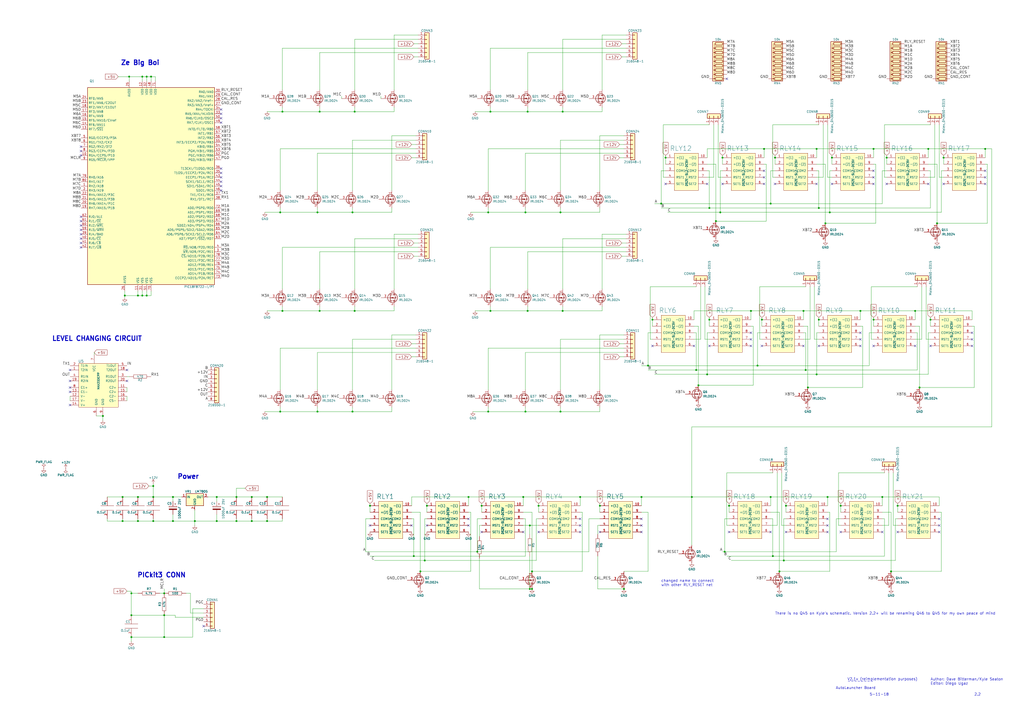
<source format=kicad_sch>
(kicad_sch (version 20230121) (generator eeschema)
  (paper "A2")
  (junction (at 146.05 302.26))
  (junction (at 82.55 44.45))
  (junction (at 303.53 288.29))
  (junction (at 306.07 180.34))
  (junction (at 375.92 212.09))
  (junction (at 80.01 302.26))
  (junction (at 478.79 129.54))
  (junction (at 336.55 288.29))
  (junction (at 468.63 224.79))
  (junction (at 125.73 288.29))
  (junction (at 530.86 180.34))
  (junction (at 474.98 120.65))
  (junction (at 435.61 180.34))
  (junction (at 326.39 180.34))
  (junction (at 240.03 322.58))
  (junction (at 411.48 120.65))
  (junction (at 113.03 302.26))
  (junction (at 511.81 288.29))
  (junction (at 499.11 180.34))
  (junction (at 516.89 331.47))
  (junction (at 279.4 293.37))
  (junction (at 100.33 288.29))
  (junction (at 571.5 86.36))
  (junction (at 283.21 238.76))
  (junction (at 325.12 123.19))
  (junction (at 411.48 185.42))
  (junction (at 506.73 185.42))
  (junction (at 443.23 86.36))
  (junction (at 466.09 180.34))
  (junction (at 538.48 86.36))
  (junction (at 447.04 288.29))
  (junction (at 276.86 320.04))
  (junction (at 184.15 238.76))
  (junction (at 76.2 356.87))
  (junction (at 95.25 356.87))
  (junction (at 88.9 302.26))
  (junction (at 308.61 341.63))
  (junction (at 76.2 369.57))
  (junction (at 420.37 320.04))
  (junction (at 88.9 288.29))
  (junction (at 284.48 64.77))
  (junction (at 473.71 217.17))
  (junction (at 125.73 302.26))
  (junction (at 539.75 185.42))
  (junction (at 473.71 86.36))
  (junction (at 247.65 293.37))
  (junction (at 447.04 118.11))
  (junction (at 88.9 281.94))
  (junction (at 449.58 91.44))
  (junction (at 514.35 91.44))
  (junction (at 547.37 91.44))
  (junction (at 474.98 185.42))
  (junction (at 439.42 212.09))
  (junction (at 71.12 288.29))
  (junction (at 80.01 288.29))
  (junction (at 403.86 214.63))
  (junction (at 74.93 44.45))
  (junction (at 162.56 123.19))
  (junction (at 455.93 293.37))
  (junction (at 204.47 123.19))
  (junction (at 95.25 344.17))
  (junction (at 441.96 185.42))
  (junction (at 185.42 180.34))
  (junction (at 205.74 64.77))
  (junction (at 307.34 341.63))
  (junction (at 163.83 64.77))
  (junction (at 137.16 302.26))
  (junction (at 520.7 293.37))
  (junction (at 162.56 238.76))
  (junction (at 137.16 288.29))
  (junction (at 95.25 369.57))
  (junction (at 480.06 288.29))
  (junction (at 417.83 123.19))
  (junction (at 304.8 123.19))
  (junction (at 467.36 214.63))
  (junction (at 325.12 238.76))
  (junction (at 487.68 293.37))
  (junction (at 85.09 171.45))
  (junction (at 378.46 185.42))
  (junction (at 533.4 224.79))
  (junction (at 347.98 293.37))
  (junction (at 481.33 123.19))
  (junction (at 422.91 293.37))
  (junction (at 482.6 91.44))
  (junction (at 80.01 171.45))
  (junction (at 76.2 344.17))
  (junction (at 401.32 288.29))
  (junction (at 82.55 171.45))
  (junction (at 72.39 171.45))
  (junction (at 163.83 180.34))
  (junction (at 205.74 180.34))
  (junction (at 307.34 304.8))
  (junction (at 312.42 293.37))
  (junction (at 543.56 129.54))
  (junction (at 419.1 91.44))
  (junction (at 59.69 241.3))
  (junction (at 243.84 331.47))
  (junction (at 386.08 91.44))
  (junction (at 452.12 331.47))
  (junction (at 71.12 302.26))
  (junction (at 154.94 288.29))
  (junction (at 448.31 322.58))
  (junction (at 184.15 123.19))
  (junction (at 506.73 86.36))
  (junction (at 87.63 44.45))
  (junction (at 271.78 288.29))
  (junction (at 308.61 331.47))
  (junction (at 204.47 238.76))
  (junction (at 405.13 223.52))
  (junction (at 246.38 325.12))
  (junction (at 154.94 302.26))
  (junction (at 383.54 118.11))
  (junction (at 326.39 64.77))
  (junction (at 146.05 288.29))
  (junction (at 304.8 238.76))
  (junction (at 306.07 64.77))
  (junction (at 410.21 217.17))
  (junction (at 185.42 64.77))
  (junction (at 361.95 341.63))
  (junction (at 214.63 293.37))
  (junction (at 100.33 302.26))
  (junction (at 372.11 288.29))
  (junction (at 284.48 180.34))
  (junction (at 415.29 128.27))
  (junction (at 454.66 325.12))
  (junction (at 283.21 123.19))
  (junction (at 85.09 44.45))
  (no_connect (at 466.09 200.66))
  (no_connect (at 544.83 300.99))
  (no_connect (at 571.5 102.87))
  (no_connect (at 571.5 106.68))
  (no_connect (at 46.99 138.43))
  (no_connect (at 128.27 97.79))
  (no_connect (at 118.11 363.22))
  (no_connect (at 447.04 308.61))
  (no_connect (at 46.99 87.63))
  (no_connect (at 480.06 300.99))
  (no_connect (at 40.64 227.33))
  (no_connect (at 419.1 106.68))
  (no_connect (at 214.63 304.8))
  (no_connect (at 422.91 308.61))
  (no_connect (at 402.59 200.66))
  (no_connect (at 482.6 106.68))
  (no_connect (at 128.27 105.41))
  (no_connect (at 544.83 304.8))
  (no_connect (at 539.75 200.66))
  (no_connect (at 411.48 200.66))
  (no_connect (at 40.64 214.63))
  (no_connect (at 547.37 106.68))
  (no_connect (at 435.61 196.85))
  (no_connect (at 511.81 308.61))
  (no_connect (at 563.88 196.85))
  (no_connect (at 128.27 102.87))
  (no_connect (at 372.11 300.99))
  (no_connect (at 571.5 99.06))
  (no_connect (at 73.66 214.63))
  (no_connect (at 473.71 106.68))
  (no_connect (at 128.27 63.5))
  (no_connect (at 506.73 106.68))
  (no_connect (at 514.35 106.68))
  (no_connect (at 499.11 193.04))
  (no_connect (at 443.23 102.87))
  (no_connect (at 386.08 106.68))
  (no_connect (at 506.73 200.66))
  (no_connect (at 46.99 90.17))
  (no_connect (at 480.06 308.61))
  (no_connect (at 40.64 220.98))
  (no_connect (at 538.48 106.68))
  (no_connect (at 46.99 128.27))
  (no_connect (at 449.58 106.68))
  (no_connect (at 128.27 107.95))
  (no_connect (at 530.86 200.66))
  (no_connect (at 372.11 308.61))
  (no_connect (at 520.7 308.61))
  (no_connect (at 421.64 45.72))
  (no_connect (at 563.88 200.66))
  (no_connect (at 499.11 196.85))
  (no_connect (at 336.55 300.99))
  (no_connect (at 271.78 304.8))
  (no_connect (at 303.53 308.61))
  (no_connect (at 271.78 300.99))
  (no_connect (at 73.66 220.98))
  (no_connect (at 336.55 304.8))
  (no_connect (at 40.64 224.79))
  (no_connect (at 474.98 200.66))
  (no_connect (at 480.06 304.8))
  (no_connect (at 443.23 106.68))
  (no_connect (at 347.98 308.61))
  (no_connect (at 279.4 308.61))
  (no_connect (at 128.27 66.04))
  (no_connect (at 487.68 308.61))
  (no_connect (at 563.88 193.04))
  (no_connect (at 410.21 106.68))
  (no_connect (at 441.96 200.66))
  (no_connect (at 506.73 99.06))
  (no_connect (at 435.61 200.66))
  (no_connect (at 46.99 130.81))
  (no_connect (at 46.99 133.35))
  (no_connect (at 40.64 234.95))
  (no_connect (at 238.76 304.8))
  (no_connect (at 128.27 100.33))
  (no_connect (at 336.55 308.61))
  (no_connect (at 372.11 304.8))
  (no_connect (at 378.46 200.66))
  (no_connect (at 312.42 308.61))
  (no_connect (at 506.73 102.87))
  (no_connect (at 247.65 304.8))
  (no_connect (at 128.27 110.49))
  (no_connect (at 46.99 85.09))
  (no_connect (at 443.23 99.06))
  (no_connect (at 455.93 308.61))
  (no_connect (at 128.27 68.58))
  (no_connect (at 499.11 200.66))
  (no_connect (at 544.83 308.61))
  (no_connect (at 46.99 125.73))
  (no_connect (at 46.99 140.97))
  (no_connect (at 46.99 135.89))
  (no_connect (at 128.27 71.12))
  (no_connect (at 46.99 143.51))
  (no_connect (at 435.61 193.04))
  (wire (pts (xy 511.81 288.29) (xy 544.83 288.29)))
  (wire (pts (xy 487.68 292.1) (xy 487.68 293.37)))
  (wire (pts (xy 534.67 196.85) (xy 534.67 166.37)))
  (wire (pts (xy 444.5 95.25) (xy 444.5 128.27)))
  (wire (pts (xy 88.9 281.94) (xy 88.9 288.29)))
  (wire (pts (xy 326.39 22.86) (xy 326.39 52.07)))
  (wire (pts (xy 204.47 123.19) (xy 227.33 123.19)))
  (wire (pts (xy 508 95.25) (xy 506.73 95.25)))
  (wire (pts (xy 110.49 344.17) (xy 107.95 344.17)))
  (wire (pts (xy 347.98 194.31) (xy 347.98 226.06)))
  (wire (pts (xy 544.83 288.29) (xy 544.83 293.37)))
  (wire (pts (xy 154.94 64.77) (xy 163.83 64.77)))
  (wire (pts (xy 439.42 212.09) (xy 375.92 212.09)))
  (wire (pts (xy 514.35 99.06) (xy 511.81 99.06)))
  (wire (pts (xy 518.16 304.8) (xy 518.16 274.32)))
  (wire (pts (xy 481.33 123.19) (xy 546.1 123.19)))
  (wire (pts (xy 306.07 167.64) (xy 306.07 146.05)))
  (wire (pts (xy 403.86 214.63) (xy 467.36 214.63)))
  (wire (pts (xy 402.59 185.42) (xy 402.59 180.34)))
  (wire (pts (xy 450.85 304.8) (xy 450.85 274.32)))
  (wire (pts (xy 87.63 44.45) (xy 87.63 46.99)))
  (wire (pts (xy 537.21 196.85) (xy 537.21 166.37)))
  (wire (pts (xy 273.05 297.18) (xy 271.78 297.18)))
  (wire (pts (xy 308.61 331.47) (xy 337.82 331.47)))
  (wire (pts (xy 516.89 297.18) (xy 511.81 297.18)))
  (wire (pts (xy 146.05 288.29) (xy 154.94 288.29)))
  (wire (pts (xy 80.01 300.99) (xy 80.01 302.26)))
  (wire (pts (xy 163.83 64.77) (xy 163.83 62.23)))
  (wire (pts (xy 544.83 102.87) (xy 547.37 102.87)))
  (wire (pts (xy 441.96 193.04) (xy 439.42 193.04)))
  (wire (pts (xy 477.52 102.87) (xy 477.52 72.39)))
  (wire (pts (xy 575.31 247.65) (xy 401.32 247.65)))
  (wire (pts (xy 422.91 300.99) (xy 420.37 300.99)))
  (wire (pts (xy 511.81 118.11) (xy 447.04 118.11)))
  (wire (pts (xy 337.82 331.47) (xy 337.82 297.18)))
  (wire (pts (xy 212.09 300.99) (xy 212.09 320.04)))
  (wire (pts (xy 516.89 331.47) (xy 516.89 297.18)))
  (wire (pts (xy 386.08 99.06) (xy 383.54 99.06)))
  (wire (pts (xy 441.96 184.15) (xy 441.96 185.42)))
  (wire (pts (xy 410.21 102.87) (xy 414.02 102.87)))
  (wire (pts (xy 511.81 99.06) (xy 511.81 118.11)))
  (wire (pts (xy 481.33 331.47) (xy 481.33 297.18)))
  (wire (pts (xy 238.76 83.82) (xy 241.3 83.82)))
  (wire (pts (xy 417.83 99.06) (xy 417.83 123.19)))
  (wire (pts (xy 401.32 247.65) (xy 401.32 288.29)))
  (wire (pts (xy 184.15 238.76) (xy 184.15 236.22)))
  (wire (pts (xy 349.25 64.77) (xy 349.25 62.23)))
  (wire (pts (xy 325.12 196.85) (xy 325.12 226.06)))
  (wire (pts (xy 71.12 302.26) (xy 80.01 302.26)))
  (wire (pts (xy 415.29 95.25) (xy 415.29 128.27)))
  (wire (pts (xy 544.83 102.87) (xy 544.83 72.39)))
  (wire (pts (xy 74.93 44.45) (xy 74.93 46.99)))
  (wire (pts (xy 504.19 212.09) (xy 439.42 212.09)))
  (wire (pts (xy 533.4 189.23) (xy 530.86 189.23)))
  (wire (pts (xy 72.39 168.91) (xy 72.39 171.45)))
  (wire (pts (xy 220.98 57.15) (xy 220.98 55.88)))
  (wire (pts (xy 377.19 196.85) (xy 377.19 166.37)))
  (wire (pts (xy 74.93 44.45) (xy 82.55 44.45)))
  (wire (pts (xy 473.71 217.17) (xy 473.71 193.04)))
  (wire (pts (xy 408.94 196.85) (xy 411.48 196.85)))
  (wire (pts (xy 85.09 171.45) (xy 85.09 168.91)))
  (wire (pts (xy 326.39 62.23) (xy 326.39 64.77)))
  (wire (pts (xy 325.12 196.85) (xy 361.95 196.85)))
  (wire (pts (xy 88.9 280.67) (xy 88.9 281.94)))
  (wire (pts (xy 247.65 293.37) (xy 247.65 297.18)))
  (wire (pts (xy 487.68 304.8) (xy 486.41 304.8)))
  (wire (pts (xy 443.23 86.36) (xy 473.71 86.36)))
  (wire (pts (xy 347.98 293.37) (xy 347.98 297.18)))
  (wire (pts (xy 453.39 304.8) (xy 455.93 304.8)))
  (wire (pts (xy 341.63 320.04) (xy 341.63 300.99)))
  (wire (pts (xy 539.75 184.15) (xy 539.75 185.42)))
  (wire (pts (xy 500.38 189.23) (xy 499.11 189.23)))
  (wire (pts (xy 499.11 180.34) (xy 499.11 185.42)))
  (wire (pts (xy 227.33 78.74) (xy 227.33 110.49)))
  (wire (pts (xy 359.41 83.82) (xy 361.95 83.82)))
  (wire (pts (xy 325.12 236.22) (xy 325.12 238.76)))
  (wire (pts (xy 204.47 196.85) (xy 241.3 196.85)))
  (wire (pts (xy 113.03 302.26) (xy 125.73 302.26)))
  (wire (pts (xy 532.13 193.04) (xy 530.86 193.04)))
  (wire (pts (xy 71.12 300.99) (xy 71.12 302.26)))
  (wire (pts (xy 205.74 138.43) (xy 205.74 167.64)))
  (wire (pts (xy 162.56 123.19) (xy 184.15 123.19)))
  (wire (pts (xy 163.83 143.51) (xy 242.57 143.51)))
  (wire (pts (xy 538.48 102.87) (xy 542.29 102.87)))
  (wire (pts (xy 410.21 95.25) (xy 415.29 95.25)))
  (wire (pts (xy 473.71 193.04) (xy 474.98 193.04)))
  (wire (pts (xy 346.71 341.63) (xy 346.71 322.58)))
  (wire (pts (xy 154.94 302.26) (xy 163.83 302.26)))
  (wire (pts (xy 279.4 292.1) (xy 279.4 293.37)))
  (wire (pts (xy 478.79 95.25) (xy 478.79 129.54)))
  (wire (pts (xy 279.4 300.99) (xy 276.86 300.99)))
  (wire (pts (xy 336.55 288.29) (xy 372.11 288.29)))
  (wire (pts (xy 304.8 123.19) (xy 325.12 123.19)))
  (wire (pts (xy 228.6 135.89) (xy 228.6 167.64)))
  (wire (pts (xy 533.4 224.79) (xy 533.4 189.23)))
  (wire (pts (xy 271.78 288.29) (xy 303.53 288.29)))
  (wire (pts (xy 452.12 331.47) (xy 481.33 331.47)))
  (wire (pts (xy 73.66 342.9) (xy 76.2 342.9)))
  (wire (pts (xy 546.1 123.19) (xy 546.1 99.06)))
  (wire (pts (xy 304.8 322.58) (xy 304.8 300.99)))
  (wire (pts (xy 101.6 358.14) (xy 118.11 358.14)))
  (wire (pts (xy 411.48 184.15) (xy 411.48 185.42)))
  (wire (pts (xy 347.98 123.19) (xy 347.98 120.65)))
  (wire (pts (xy 420.37 300.99) (xy 420.37 320.04)))
  (wire (pts (xy 447.04 304.8) (xy 450.85 304.8)))
  (wire (pts (xy 274.32 238.76) (xy 283.21 238.76)))
  (wire (pts (xy 474.98 185.42) (xy 474.98 189.23)))
  (wire (pts (xy 73.66 229.87) (xy 73.66 232.41)))
  (wire (pts (xy 214.63 293.37) (xy 214.63 297.18)))
  (wire (pts (xy 154.94 288.29) (xy 163.83 288.29)))
  (wire (pts (xy 271.78 288.29) (xy 271.78 293.37)))
  (wire (pts (xy 325.12 81.28) (xy 325.12 110.49)))
  (wire (pts (xy 125.73 288.29) (xy 137.16 288.29)))
  (wire (pts (xy 246.38 300.99) (xy 246.38 325.12)))
  (wire (pts (xy 513.08 300.99) (xy 511.81 300.99)))
  (wire (pts (xy 76.2 369.57) (xy 95.25 369.57)))
  (wire (pts (xy 184.15 226.06) (xy 184.15 204.47)))
  (wire (pts (xy 449.58 99.06) (xy 447.04 99.06)))
  (wire (pts (xy 360.68 140.97) (xy 363.22 140.97)))
  (wire (pts (xy 162.56 201.93) (xy 241.3 201.93)))
  (wire (pts (xy 185.42 180.34) (xy 205.74 180.34)))
  (wire (pts (xy 422.91 293.37) (xy 422.91 297.18)))
  (wire (pts (xy 347.98 238.76) (xy 347.98 236.22)))
  (wire (pts (xy 359.41 207.01) (xy 361.95 207.01)))
  (wire (pts (xy 455.93 293.37) (xy 455.93 297.18)))
  (wire (pts (xy 217.17 325.12) (xy 246.38 325.12)))
  (wire (pts (xy 532.13 214.63) (xy 532.13 193.04)))
  (wire (pts (xy 499.11 180.34) (xy 530.86 180.34)))
  (wire (pts (xy 76.2 372.11) (xy 76.2 369.57)))
  (wire (pts (xy 565.15 189.23) (xy 563.88 189.23)))
  (wire (pts (xy 163.83 180.34) (xy 163.83 177.8)))
  (wire (pts (xy 467.36 214.63) (xy 532.13 214.63)))
  (wire (pts (xy 486.41 274.32) (xy 513.08 274.32)))
  (wire (pts (xy 485.14 320.04) (xy 420.37 320.04)))
  (wire (pts (xy 284.48 143.51) (xy 363.22 143.51)))
  (wire (pts (xy 514.35 102.87) (xy 513.08 102.87)))
  (wire (pts (xy 565.15 224.79) (xy 565.15 189.23)))
  (wire (pts (xy 441.96 185.42) (xy 441.96 189.23)))
  (wire (pts (xy 537.21 196.85) (xy 539.75 196.85)))
  (wire (pts (xy 185.42 180.34) (xy 185.42 177.8)))
  (wire (pts (xy 276.86 300.99) (xy 276.86 320.04)))
  (wire (pts (xy 125.73 298.45) (xy 125.73 302.26)))
  (wire (pts (xy 480.06 288.29) (xy 480.06 293.37)))
  (wire (pts (xy 59.69 243.84) (xy 59.69 241.3)))
  (wire (pts (xy 379.73 217.17) (xy 410.21 217.17)))
  (wire (pts (xy 306.07 180.34) (xy 326.39 180.34)))
  (wire (pts (xy 80.01 302.26) (xy 88.9 302.26)))
  (wire (pts (xy 228.6 20.32) (xy 242.57 20.32)))
  (wire (pts (xy 212.09 320.04) (xy 276.86 320.04)))
  (wire (pts (xy 572.77 129.54) (xy 572.77 95.25)))
  (wire (pts (xy 238.76 199.39) (xy 241.3 199.39)))
  (wire (pts (xy 436.88 223.52) (xy 436.88 189.23)))
  (wire (pts (xy 304.8 300.99) (xy 303.53 300.99)))
  (wire (pts (xy 204.47 120.65) (xy 204.47 123.19)))
  (wire (pts (xy 146.05 300.99) (xy 146.05 302.26)))
  (wire (pts (xy 163.83 64.77) (xy 185.42 64.77)))
  (wire (pts (xy 303.53 288.29) (xy 336.55 288.29)))
  (wire (pts (xy 279.4 293.37) (xy 279.4 297.18)))
  (wire (pts (xy 62.23 288.29) (xy 71.12 288.29)))
  (wire (pts (xy 435.61 180.34) (xy 466.09 180.34)))
  (wire (pts (xy 228.6 20.32) (xy 228.6 52.07)))
  (wire (pts (xy 185.42 167.64) (xy 185.42 146.05)))
  (wire (pts (xy 71.12 288.29) (xy 80.01 288.29)))
  (wire (pts (xy 474.98 99.06) (xy 473.71 99.06)))
  (wire (pts (xy 383.54 120.65) (xy 411.48 120.65)))
  (wire (pts (xy 473.71 217.17) (xy 538.48 217.17)))
  (wire (pts (xy 378.46 196.85) (xy 377.19 196.85)))
  (wire (pts (xy 473.71 86.36) (xy 506.73 86.36)))
  (wire (pts (xy 378.46 185.42) (xy 378.46 189.23)))
  (wire (pts (xy 146.05 302.26) (xy 154.94 302.26)))
  (wire (pts (xy 80.01 171.45) (xy 82.55 171.45)))
  (wire (pts (xy 228.6 135.89) (xy 242.57 135.89)))
  (wire (pts (xy 276.86 320.04) (xy 341.63 320.04)))
  (wire (pts (xy 240.03 148.59) (xy 242.57 148.59)))
  (wire (pts (xy 278.13 304.8) (xy 278.13 311.15)))
  (wire (pts (xy 204.47 81.28) (xy 241.3 81.28)))
  (wire (pts (xy 372.11 288.29) (xy 372.11 293.37)))
  (wire (pts (xy 100.33 290.83) (xy 100.33 288.29)))
  (wire (pts (xy 375.92 331.47) (xy 375.92 297.18)))
  (wire (pts (xy 82.55 44.45) (xy 85.09 44.45)))
  (wire (pts (xy 411.48 99.06) (xy 410.21 99.06)))
  (wire (pts (xy 88.9 288.29) (xy 100.33 288.29)))
  (wire (pts (xy 137.16 300.99) (xy 137.16 302.26)))
  (wire (pts (xy 347.98 292.1) (xy 347.98 293.37)))
  (wire (pts (xy 513.08 72.39) (xy 539.75 72.39)))
  (wire (pts (xy 454.66 325.12) (xy 519.43 325.12)))
  (wire (pts (xy 414.02 102.87) (xy 414.02 72.39)))
  (wire (pts (xy 120.65 288.29) (xy 125.73 288.29)))
  (wire (pts (xy 137.16 302.26) (xy 146.05 302.26)))
  (wire (pts (xy 306.07 146.05) (xy 363.22 146.05)))
  (wire (pts (xy 360.68 25.4) (xy 363.22 25.4)))
  (wire (pts (xy 454.66 300.99) (xy 454.66 325.12)))
  (wire (pts (xy 571.5 86.36) (xy 575.31 86.36)))
  (wire (pts (xy 480.06 102.87) (xy 482.6 102.87)))
  (wire (pts (xy 227.33 238.76) (xy 227.33 236.22)))
  (wire (pts (xy 214.63 322.58) (xy 240.03 322.58)))
  (wire (pts (xy 448.31 322.58) (xy 448.31 300.99)))
  (wire (pts (xy 505.46 166.37) (xy 532.13 166.37)))
  (wire (pts (xy 214.63 300.99) (xy 212.09 300.99)))
  (wire (pts (xy 508 129.54) (xy 508 95.25)))
  (wire (pts (xy 486.41 304.8) (xy 486.41 274.32)))
  (wire (pts (xy 383.54 118.11) (xy 379.73 118.11)))
  (wire (pts (xy 162.56 238.76) (xy 184.15 238.76)))
  (wire (pts (xy 436.88 189.23) (xy 435.61 189.23)))
  (wire (pts (xy 447.04 297.18) (xy 452.12 297.18)))
  (wire (pts (xy 90.17 44.45) (xy 90.17 46.99)))
  (wire (pts (xy 474.98 184.15) (xy 474.98 185.42)))
  (wire (pts (xy 349.25 135.89) (xy 349.25 167.64)))
  (wire (pts (xy 100.33 288.29) (xy 105.41 288.29)))
  (wire (pts (xy 466.09 180.34) (xy 466.09 185.42)))
  (wire (pts (xy 304.8 88.9) (xy 361.95 88.9)))
  (wire (pts (xy 72.39 171.45) (xy 72.39 172.72)))
  (wire (pts (xy 447.04 293.37) (xy 447.04 288.29)))
  (wire (pts (xy 516.89 331.47) (xy 546.1 331.47)))
  (wire (pts (xy 82.55 44.45) (xy 82.55 46.99)))
  (wire (pts (xy 504.19 193.04) (xy 504.19 212.09)))
  (wire (pts (xy 307.34 341.63) (xy 308.61 341.63)))
  (wire (pts (xy 383.54 99.06) (xy 383.54 118.11)))
  (wire (pts (xy 240.03 322.58) (xy 304.8 322.58)))
  (wire (pts (xy 416.56 102.87) (xy 416.56 72.39)))
  (wire (pts (xy 518.16 304.8) (xy 520.7 304.8)))
  (wire (pts (xy 546.1 99.06) (xy 547.37 99.06)))
  (wire (pts (xy 466.09 180.34) (xy 499.11 180.34)))
  (wire (pts (xy 162.56 86.36) (xy 241.3 86.36)))
  (wire (pts (xy 386.08 91.44) (xy 386.08 95.25)))
  (wire (pts (xy 238.76 91.44) (xy 241.3 91.44)))
  (wire (pts (xy 482.6 91.44) (xy 482.6 95.25)))
  (wire (pts (xy 410.21 193.04) (xy 411.48 193.04)))
  (wire (pts (xy 204.47 196.85) (xy 204.47 226.06)))
  (wire (pts (xy 283.21 201.93) (xy 361.95 201.93)))
  (wire (pts (xy 238.76 207.01) (xy 241.3 207.01)))
  (wire (pts (xy 511.81 304.8) (xy 515.62 304.8)))
  (wire (pts (xy 487.68 293.37) (xy 487.68 297.18)))
  (wire (pts (xy 542.29 102.87) (xy 542.29 72.39)))
  (wire (pts (xy 547.37 91.44) (xy 547.37 95.25)))
  (wire (pts (xy 62.23 300.99) (xy 62.23 302.26)))
  (wire (pts (xy 530.86 180.34) (xy 530.86 185.42)))
  (wire (pts (xy 110.49 355.6) (xy 118.11 355.6)))
  (wire (pts (xy 137.16 288.29) (xy 146.05 288.29)))
  (wire (pts (xy 401.32 288.29) (xy 401.32 316.23)))
  (wire (pts (xy 304.8 226.06) (xy 304.8 204.47)))
  (wire (pts (xy 95.25 369.57) (xy 111.76 369.57)))
  (wire (pts (xy 227.33 123.19) (xy 227.33 120.65)))
  (wire (pts (xy 511.81 288.29) (xy 511.81 293.37)))
  (wire (pts (xy 198.12 57.15) (xy 198.12 55.88)))
  (wire (pts (xy 205.74 64.77) (xy 228.6 64.77)))
  (wire (pts (xy 543.56 129.54) (xy 572.77 129.54)))
  (wire (pts (xy 530.86 196.85) (xy 534.67 196.85)))
  (wire (pts (xy 487.68 300.99) (xy 485.14 300.99)))
  (wire (pts (xy 514.35 91.44) (xy 514.35 95.25)))
  (wire (pts (xy 506.73 86.36) (xy 506.73 91.44)))
  (wire (pts (xy 228.6 180.34) (xy 228.6 177.8)))
  (wire (pts (xy 538.48 86.36) (xy 571.5 86.36)))
  (wire (pts (xy 95.25 344.17) (xy 95.25 341.63)))
  (wire (pts (xy 184.15 110.49) (xy 184.15 88.9)))
  (wire (pts (xy 273.05 123.19) (xy 283.21 123.19)))
  (wire (pts (xy 513.08 322.58) (xy 513.08 300.99)))
  (wire (pts (xy 163.83 27.94) (xy 242.57 27.94)))
  (wire (pts (xy 240.03 140.97) (xy 242.57 140.97)))
  (wire (pts (xy 326.39 138.43) (xy 363.22 138.43)))
  (wire (pts (xy 163.83 180.34) (xy 185.42 180.34)))
  (wire (pts (xy 361.95 331.47) (xy 375.92 331.47)))
  (wire (pts (xy 337.82 297.18) (xy 336.55 297.18)))
  (wire (pts (xy 163.83 167.64) (xy 163.83 143.51)))
  (wire (pts (xy 76.2 344.17) (xy 80.01 344.17)))
  (wire (pts (xy 185.42 64.77) (xy 185.42 62.23)))
  (wire (pts (xy 304.8 123.19) (xy 304.8 120.65)))
  (wire (pts (xy 405.13 223.52) (xy 405.13 189.23)))
  (wire (pts (xy 411.48 99.06) (xy 411.48 120.65)))
  (wire (pts (xy 417.83 99.06) (xy 419.1 99.06)))
  (wire (pts (xy 283.21 238.76) (xy 304.8 238.76)))
  (wire (pts (xy 205.74 138.43) (xy 242.57 138.43)))
  (wire (pts (xy 543.56 95.25) (xy 543.56 129.54)))
  (wire (pts (xy 326.39 22.86) (xy 363.22 22.86)))
  (wire (pts (xy 472.44 196.85) (xy 472.44 166.37)))
  (wire (pts (xy 163.83 302.26) (xy 163.83 300.99)))
  (wire (pts (xy 278.13 341.63) (xy 278.13 323.85)))
  (wire (pts (xy 113.03 302.26) (xy 113.03 304.8)))
  (wire (pts (xy 325.12 81.28) (xy 361.95 81.28)))
  (wire (pts (xy 571.5 86.36) (xy 571.5 91.44)))
  (wire (pts (xy 349.25 20.32) (xy 349.25 52.07)))
  (wire (pts (xy 95.25 356.87) (xy 95.25 369.57)))
  (wire (pts (xy 480.06 288.29) (xy 511.81 288.29)))
  (wire (pts (xy 485.14 300.99) (xy 485.14 320.04)))
  (wire (pts (xy 546.1 331.47) (xy 546.1 297.18)))
  (wire (pts (xy 238.76 293.37) (xy 238.76 288.29)))
  (wire (pts (xy 185.42 146.05) (xy 242.57 146.05)))
  (wire (pts (xy 360.68 33.02) (xy 363.22 33.02)))
  (wire (pts (xy 80.01 288.29) (xy 88.9 288.29)))
  (wire (pts (xy 420.37 320.04) (xy 419.1 320.04)))
  (wire (pts (xy 279.4 304.8) (xy 278.13 304.8)))
  (wire (pts (xy 240.03 33.02) (xy 242.57 33.02)))
  (wire (pts (xy 468.63 224.79) (xy 468.63 189.23)))
  (wire (pts (xy 73.66 218.44) (xy 74.93 218.44)))
  (wire (pts (xy 113.03 295.91) (xy 113.03 302.26)))
  (wire (pts (xy 82.55 171.45) (xy 82.55 168.91)))
  (wire (pts (xy 240.03 25.4) (xy 242.57 25.4)))
  (wire (pts (xy 440.69 196.85) (xy 440.69 166.37)))
  (wire (pts (xy 372.11 288.29) (xy 401.32 288.29)))
  (wire (pts (xy 506.73 196.85) (xy 505.46 196.85)))
  (wire (pts (xy 325.12 238.76) (xy 347.98 238.76)))
  (wire (pts (xy 54.61 205.74) (xy 54.61 204.47)))
  (wire (pts (xy 455.93 292.1) (xy 455.93 293.37)))
  (wire (pts (xy 419.1 91.44) (xy 419.1 95.25)))
  (wire (pts (xy 284.48 180.34) (xy 306.07 180.34)))
  (wire (pts (xy 468.63 189.23) (xy 466.09 189.23)))
  (wire (pts (xy 284.48 180.34) (xy 284.48 177.8)))
  (wire (pts (xy 415.29 128.27) (xy 444.5 128.27)))
  (wire (pts (xy 468.63 224.79) (xy 500.38 224.79)))
  (wire (pts (xy 401.32 288.29) (xy 447.04 288.29)))
  (wire (pts (xy 240.03 322.58) (xy 240.03 300.99)))
  (wire (pts (xy 184.15 238.76) (xy 204.47 238.76)))
  (wire (pts (xy 153.67 123.19) (xy 162.56 123.19)))
  (wire (pts (xy 347.98 194.31) (xy 361.95 194.31)))
  (wire (pts (xy 326.39 138.43) (xy 326.39 167.64)))
  (wire (pts (xy 284.48 64.77) (xy 306.07 64.77)))
  (wire (pts (xy 410.21 86.36) (xy 443.23 86.36)))
  (wire (pts (xy 547.37 90.17) (xy 547.37 91.44)))
  (wire (pts (xy 448.31 102.87) (xy 448.31 72.39)))
  (wire (pts (xy 473.71 95.25) (xy 478.79 95.25)))
  (wire (pts (xy 378.46 184.15) (xy 378.46 185.42)))
  (wire (pts (xy 410.21 217.17) (xy 410.21 193.04)))
  (wire (pts (xy 87.63 171.45) (xy 87.63 168.91)))
  (wire (pts (xy 101.6 356.87) (xy 101.6 358.14)))
  (wire (pts (xy 424.18 325.12) (xy 454.66 325.12)))
  (wire (pts (xy 326.39 180.34) (xy 349.25 180.34)))
  (wire (pts (xy 68.58 44.45) (xy 74.93 44.45)))
  (wire (pts (xy 73.66 224.79) (xy 73.66 227.33)))
  (wire (pts (xy 347.98 78.74) (xy 361.95 78.74)))
  (wire (pts (xy 384.81 72.39) (xy 411.48 72.39)))
  (wire (pts (xy 478.79 129.54) (xy 508 129.54)))
  (wire (pts (xy 162.56 110.49) (xy 162.56 86.36)))
  (wire (pts (xy 326.39 177.8) (xy 326.39 180.34)))
  (wire (pts (xy 403.86 193.04) (xy 402.59 193.04)))
  (wire (pts (xy 240.03 300.99) (xy 238.76 300.99)))
  (wire (pts (xy 59.69 241.3) (xy 55.88 241.3)))
  (wire (pts (xy 441.96 196.85) (xy 440.69 196.85)))
  (wire (pts (xy 448.31 300.99) (xy 447.04 300.99)))
  (wire (pts (xy 480.06 102.87) (xy 480.06 72.39)))
  (wire (pts (xy 378.46 193.04) (xy 375.92 193.04)))
  (wire (pts (xy 452.12 297.18) (xy 452.12 331.47)))
  (wire (pts (xy 205.74 62.23) (xy 205.74 64.77)))
  (wire (pts (xy 85.09 44.45) (xy 85.09 46.99)))
  (wire (pts (xy 110.49 355.6) (xy 110.49 344.17)))
  (wire (pts (xy 454.66 300.99) (xy 455.93 300.99)))
  (wire (pts (xy 402.59 180.34) (xy 435.61 180.34)))
  (wire (pts (xy 307.34 309.88) (xy 307.34 304.8)))
  (wire (pts (xy 520.7 293.37) (xy 520.7 297.18)))
  (wire (pts (xy 246.38 325.12) (xy 311.15 325.12)))
  (wire (pts (xy 472.44 196.85) (xy 474.98 196.85)))
  (wire (pts (xy 238.76 297.18) (xy 243.84 297.18)))
  (wire (pts (xy 205.74 22.86) (xy 205.74 52.07)))
  (wire (pts (xy 205.74 180.34) (xy 228.6 180.34)))
  (wire (pts (xy 205.74 177.8) (xy 205.74 180.34)))
  (wire (pts (xy 539.75 120.65) (xy 539.75 99.06)))
  (wire (pts (xy 539.75 99.06) (xy 538.48 99.06)))
  (wire (pts (xy 162.56 123.19) (xy 162.56 120.65)))
  (wire (pts (xy 513.08 102.87) (xy 513.08 72.39)))
  (wire (pts (xy 538.48 217.17) (xy 538.48 193.04)))
  (wire (pts (xy 154.94 180.34) (xy 163.83 180.34)))
  (wire (pts (xy 325.12 120.65) (xy 325.12 123.19)))
  (wire (pts (xy 572.77 95.25) (xy 571.5 95.25)))
  (wire (pts (xy 410.21 217.17) (xy 473.71 217.17)))
  (wire (pts (xy 336.55 288.29) (xy 336.55 293.37)))
  (wire (pts (xy 514.35 90.17) (xy 514.35 91.44)))
  (wire (pts (xy 227.33 194.31) (xy 241.3 194.31)))
  (wire (pts (xy 405.13 189.23) (xy 402.59 189.23)))
  (wire (pts (xy 162.56 226.06) (xy 162.56 201.93)))
  (wire (pts (xy 449.58 102.87) (xy 448.31 102.87)))
  (wire (pts (xy 453.39 304.8) (xy 453.39 274.32)))
  (wire (pts (xy 506.73 185.42) (xy 506.73 189.23)))
  (wire (pts (xy 410.21 91.44) (xy 410.21 86.36)))
  (wire (pts (xy 76.2 344.17) (xy 76.2 356.87)))
  (wire (pts (xy 347.98 78.74) (xy 347.98 110.49)))
  (wire (pts (xy 303.53 297.18) (xy 308.61 297.18)))
  (wire (pts (xy 538.48 86.36) (xy 538.48 91.44)))
  (wire (pts (xy 88.9 300.99) (xy 88.9 302.26)))
  (wire (pts (xy 449.58 90.17) (xy 449.58 91.44)))
  (wire (pts (xy 238.76 288.29) (xy 271.78 288.29)))
  (wire (pts (xy 184.15 123.19) (xy 184.15 120.65)))
  (wire (pts (xy 473.71 86.36) (xy 473.71 91.44)))
  (wire (pts (xy 284.48 52.07) (xy 284.48 27.94)))
  (wire (pts (xy 467.36 214.63) (xy 467.36 193.04)))
  (wire (pts (xy 185.42 30.48) (xy 242.57 30.48)))
  (wire (pts (xy 304.8 204.47) (xy 361.95 204.47)))
  (wire (pts (xy 125.73 290.83) (xy 125.73 288.29)))
  (wire (pts (xy 481.33 297.18) (xy 480.06 297.18)))
  (wire (pts (xy 306.07 180.34) (xy 306.07 177.8)))
  (wire (pts (xy 154.94 300.99) (xy 154.94 302.26)))
  (wire (pts (xy 440.69 166.37) (xy 467.36 166.37)))
  (wire (pts (xy 539.75 185.42) (xy 539.75 189.23)))
  (wire (pts (xy 227.33 78.74) (xy 241.3 78.74)))
  (wire (pts (xy 473.71 102.87) (xy 477.52 102.87)))
  (wire (pts (xy 137.16 283.21) (xy 137.16 288.29)))
  (wire (pts (xy 449.58 91.44) (xy 449.58 95.25)))
  (wire (pts (xy 306.07 64.77) (xy 306.07 62.23)))
  (wire (pts (xy 349.25 180.34) (xy 349.25 177.8)))
  (wire (pts (xy 266.7 293.37) (xy 266.7 297.18)))
  (wire (pts (xy 359.41 91.44) (xy 361.95 91.44)))
  (wire (pts (xy 284.48 167.64) (xy 284.48 143.51)))
  (wire (pts (xy 204.47 81.28) (xy 204.47 110.49)))
  (wire (pts (xy 275.59 180.34) (xy 284.48 180.34)))
  (wire (pts (xy 375.92 212.09) (xy 372.11 212.09)))
  (wire (pts (xy 482.6 90.17) (xy 482.6 91.44)))
  (wire (pts (xy 308.61 297.18) (xy 308.61 331.47)))
  (wire (pts (xy 312.42 292.1) (xy 312.42 293.37)))
  (wire (pts (xy 474.98 120.65) (xy 539.75 120.65)))
  (wire (pts (xy 111.76 369.57) (xy 111.76 353.06)))
  (wire (pts (xy 530.86 180.34) (xy 563.88 180.34)))
  (wire (pts (xy 283.21 123.19) (xy 304.8 123.19)))
  (wire (pts (xy 538.48 95.25) (xy 543.56 95.25)))
  (wire (pts (xy 386.08 90.17) (xy 386.08 91.44)))
  (wire (pts (xy 519.43 325.12) (xy 519.43 300.99)))
  (wire (pts (xy 243.84 331.47) (xy 273.05 331.47)))
  (wire (pts (xy 283.21 238.76) (xy 283.21 236.22)))
  (wire (pts (xy 95.25 356.87) (xy 101.6 356.87)))
  (wire (pts (xy 439.42 193.04) (xy 439.42 212.09)))
  (wire (pts (xy 275.59 64.77) (xy 284.48 64.77)))
  (wire (pts (xy 349.25 135.89) (xy 363.22 135.89)))
  (wire (pts (xy 443.23 95.25) (xy 444.5 95.25)))
  (wire (pts (xy 283.21 110.49) (xy 283.21 86.36)))
  (wire (pts (xy 283.21 123.19) (xy 283.21 120.65)))
  (wire (pts (xy 406.4 196.85) (xy 406.4 166.37)))
  (wire (pts (xy 466.09 196.85) (xy 469.9 196.85)))
  (wire (pts (xy 92.71 344.17) (xy 95.25 344.17)))
  (wire (pts (xy 137.16 283.21) (xy 142.24 283.21)))
  (wire (pts (xy 86.36 281.94) (xy 88.9 281.94)))
  (wire (pts (xy 307.34 304.8) (xy 312.42 304.8)))
  (wire (pts (xy 303.53 288.29) (xy 303.53 293.37)))
  (wire (pts (xy 375.92 214.63) (xy 403.86 214.63)))
  (wire (pts (xy 481.33 99.06) (xy 482.6 99.06)))
  (wire (pts (xy 76.2 356.87) (xy 95.25 356.87)))
  (wire (pts (xy 82.55 171.45) (xy 85.09 171.45)))
  (wire (pts (xy 520.7 292.1) (xy 520.7 293.37)))
  (wire (pts (xy 538.48 193.04) (xy 539.75 193.04)))
  (wire (pts (xy 387.35 123.19) (xy 417.83 123.19)))
  (wire (pts (xy 87.63 44.45) (xy 90.17 44.45)))
  (wire (pts (xy 304.8 110.49) (xy 304.8 88.9)))
  (wire (pts (xy 153.67 238.76) (xy 162.56 238.76)))
  (wire (pts (xy 384.81 102.87) (xy 384.81 72.39)))
  (wire (pts (xy 377.19 166.37) (xy 403.86 166.37)))
  (wire (pts (xy 447.04 288.29) (xy 480.06 288.29)))
  (wire (pts (xy 417.83 123.19) (xy 481.33 123.19)))
  (wire (pts (xy 163.83 52.07) (xy 163.83 27.94)))
  (wire (pts (xy 304.8 238.76) (xy 325.12 238.76)))
  (wire (pts (xy 185.42 52.07) (xy 185.42 30.48)))
  (wire (pts (xy 575.31 86.36) (xy 575.31 247.65)))
  (wire (pts (xy 303.53 304.8) (xy 307.34 304.8)))
  (wire (pts (xy 411.48 120.65) (xy 474.98 120.65)))
  (wire (pts (xy 416.56 102.87) (xy 419.1 102.87)))
  (wire (pts (xy 312.42 293.37) (xy 312.42 297.18)))
  (wire (pts (xy 284.48 64.77) (xy 284.48 62.23)))
  (wire (pts (xy 278.13 341.63) (xy 307.34 341.63)))
  (wire (pts (xy 375.92 193.04) (xy 375.92 212.09)))
  (wire (pts (xy 184.15 88.9) (xy 241.3 88.9)))
  (wire (pts (xy 411.48 185.42) (xy 411.48 189.23)))
  (wire (pts (xy 359.41 199.39) (xy 361.95 199.39)))
  (wire (pts (xy 349.25 20.32) (xy 363.22 20.32)))
  (wire (pts (xy 307.34 322.58) (xy 307.34 341.63)))
  (wire (pts (xy 85.09 171.45) (xy 87.63 171.45)))
  (wire (pts (xy 88.9 302.26) (xy 100.33 302.26)))
  (wire (pts (xy 435.61 180.34) (xy 435.61 185.42)))
  (wire (pts (xy 405.13 223.52) (xy 436.88 223.52)))
  (wire (pts (xy 76.2 342.9) (xy 76.2 344.17)))
  (wire (pts (xy 481.33 99.06) (xy 481.33 123.19)))
  (wire (pts (xy 346.71 304.8) (xy 347.98 304.8)))
  (wire (pts (xy 304.8 238.76) (xy 304.8 236.22)))
  (wire (pts (xy 184.15 204.47) (xy 241.3 204.47)))
  (wire (pts (xy 311.15 300.99) (xy 312.42 300.99)))
  (wire (pts (xy 443.23 86.36) (xy 443.23 91.44)))
  (wire (pts (xy 100.33 298.45) (xy 100.33 302.26)))
  (wire (pts (xy 505.46 196.85) (xy 505.46 166.37)))
  (wire (pts (xy 375.92 297.18) (xy 372.11 297.18)))
  (wire (pts (xy 306.07 30.48) (xy 363.22 30.48)))
  (wire (pts (xy 386.08 102.87) (xy 384.81 102.87)))
  (wire (pts (xy 283.21 86.36) (xy 361.95 86.36)))
  (wire (pts (xy 500.38 224.79) (xy 500.38 189.23)))
  (wire (pts (xy 204.47 238.76) (xy 227.33 238.76)))
  (wire (pts (xy 184.15 123.19) (xy 204.47 123.19)))
  (wire (pts (xy 227.33 194.31) (xy 227.33 226.06)))
  (wire (pts (xy 506.73 184.15) (xy 506.73 185.42)))
  (wire (pts (xy 246.38 300.99) (xy 247.65 300.99)))
  (wire (pts (xy 40.64 229.87) (xy 40.64 232.41)))
  (wire (pts (xy 467.36 193.04) (xy 466.09 193.04)))
  (wire (pts (xy 422.91 304.8) (xy 421.64 304.8)))
  (wire (pts (xy 228.6 64.77) (xy 228.6 62.23)))
  (wire (pts (xy 80.01 168.91) (xy 80.01 171.45)))
  (wire (pts (xy 214.63 292.1) (xy 214.63 293.37)))
  (wire (pts (xy 306.07 52.07) (xy 306.07 30.48)))
  (wire (pts (xy 447.04 118.11) (xy 383.54 118.11)))
  (wire (pts (xy 474.98 120.65) (xy 474.98 99.06)))
  (wire (pts (xy 563.88 180.34) (xy 563.88 185.42)))
  (wire (pts (xy 205.74 22.86) (xy 242.57 22.86)))
  (wire (pts (xy 283.21 226.06) (xy 283.21 201.93)))
  (wire (pts (xy 422.91 292.1) (xy 422.91 293.37)))
  (wire (pts (xy 408.94 196.85) (xy 408.94 166.37)))
  (wire (pts (xy 341.63 300.99) (xy 347.98 300.99)))
  (wire (pts (xy 243.84 297.18) (xy 243.84 331.47)))
  (wire (pts (xy 506.73 193.04) (xy 504.19 193.04)))
  (wire (pts (xy 360.68 148.59) (xy 363.22 148.59)))
  (wire (pts (xy 419.1 90.17) (xy 419.1 91.44)))
  (wire (pts (xy 403.86 214.63) (xy 403.86 193.04)))
  (wire (pts (xy 515.62 304.8) (xy 515.62 274.32)))
  (wire (pts (xy 247.65 292.1) (xy 247.65 293.37)))
  (wire (pts (xy 100.33 302.26) (xy 113.03 302.26)))
  (wire (pts (xy 447.04 99.06) (xy 447.04 118.11)))
  (wire (pts (xy 85.09 44.45) (xy 87.63 44.45)))
  (wire (pts (xy 62.23 302.26) (xy 71.12 302.26)))
  (wire (pts (xy 421.64 322.58) (xy 448.31 322.58)))
  (wire (pts (xy 204.47 236.22) (xy 204.47 238.76)))
  (wire (pts (xy 306.07 64.77) (xy 326.39 64.77)))
  (wire (pts (xy 402.59 196.85) (xy 406.4 196.85)))
  (wire (pts (xy 325.12 123.19) (xy 347.98 123.19)))
  (wire (pts (xy 421.64 274.32) (xy 448.31 274.32)))
  (wire (pts (xy 346.71 304.8) (xy 346.71 309.88)))
  (wire (pts (xy 273.05 331.47) (xy 273.05 297.18)))
  (wire (pts (xy 125.73 302.26) (xy 137.16 302.26)))
  (wire (pts (xy 346.71 341.63) (xy 361.95 341.63)))
  (wire (pts (xy 546.1 297.18) (xy 544.83 297.18)))
  (wire (pts (xy 311.15 325.12) (xy 311.15 300.99)))
  (wire (pts (xy 111.76 353.06) (xy 118.11 353.06)))
  (wire (pts (xy 448.31 322.58) (xy 513.08 322.58)))
  (wire (pts (xy 326.39 64.77) (xy 349.25 64.77)))
  (wire (pts (xy 506.73 86.36) (xy 538.48 86.36)))
  (wire (pts (xy 421.64 304.8) (xy 421.64 274.32)))
  (wire (pts (xy 448.31 72.39) (xy 474.98 72.39)))
  (wire (pts (xy 72.39 171.45) (xy 80.01 171.45)))
  (wire (pts (xy 469.9 196.85) (xy 469.9 166.37)))
  (wire (pts (xy 284.48 27.94) (xy 363.22 27.94)))
  (wire (pts (xy 162.56 238.76) (xy 162.56 236.22)))
  (wire (pts (xy 533.4 224.79) (xy 565.15 224.79)))
  (wire (pts (xy 185.42 64.77) (xy 205.74 64.77)))
  (wire (pts (xy 519.43 300.99) (xy 520.7 300.99)))
  (text "5-11-18" (at 515.62 403.86 0) (effects (font (size 1.524 1.524)) (justify right bottom)))
  (text "There is no Q45 on Kyle's schematic. Version 2.2+ will be renaming Q46 to Q45 for my own peace of mind" (at 449.58 356.87 0) (effects (font (size 1.524 1.524)) (justify left bottom)))
  (text "Author: Dave Bitterman/Kyle Seaton\nEditor: Diego Ugaz" (at 539.75 397.51 0) (effects (font (size 1.524 1.524)) (justify left bottom)))
  (text "--------" (at 491.49 396.24 0) (effects (font (size 1.524 1.524)) (justify left bottom)))
  (text "LEVEL CHANGING CIRCUIT" (at 82.55 198.12 0) (effects (font (size 2.7178 2.7178) (thickness 0.5436) bold) (justify right bottom)))
  (text "Power" (at 115.57 278.13 0) (effects (font (size 2.7178 2.7178) (thickness 0.5436) bold) (justify right bottom)))
  (text "changed name to connect\nwith other RLY_RESET net" (at 383.54 340.36 0) (effects (font (size 1.524 1.524)) (justify left bottom)))
  (text "PICkit3 CONN" (at 107.95 335.28 0) (effects (font (size 2.7178 2.7178) (thickness 0.5436) bold) (justify right bottom)))
  (text "V2.1x (reimplementation purposes)" (at 491.49 394.97 0) (effects (font (size 1.524 1.524)) (justify left bottom)))
  (text "Ze Big Boi" (at 92.71 38.1 0) (effects (font (size 2.7178 2.7178) (thickness 0.5436) bold) (justify right bottom)))
  (text "AutoLauncher Board" (at 508 400.05 0) (effects (font (size 1.524 1.524)) (justify right bottom)))
  (text "2.2" (at 568.96 403.86 0) (effects (font (size 1.524 1.524)) (justify right bottom)))
  (label "M4A" (at 490.22 35.56 0) (effects (font (size 1.524 1.524))))
  (label "M3D" (at 220.98 172.72 180) (effects (font (size 1.524 1.524))))
  (label "B" (at 214.63 322.58 180) (effects (font (size 1.524 1.524))))
  (label "M1C" (at 198.12 55.88 180) (effects (font (size 1.524 1.524))))
  (label "C" (at 387.35 123.19 0) (effects (font (size 1.524 1.524))))
  (label "M6A" (at 455.93 35.56 0) (effects (font (size 1.524 1.524))))
  (label "XBT3" (at 535.94 134.62 180) (effects (font (size 1.524 1.524))))
  (label "M4C" (at 128.27 158.75 0) (effects (font (size 1.524 1.524))))
  (label "M8A" (at 421.64 35.56 0) (effects (font (size 1.524 1.524))))
  (label "M7C" (at 46.99 107.95 180) (effects (font (size 1.524 1.524))))
  (label "M3A" (at 128.27 143.51 0) (effects (font (size 1.524 1.524))))
  (label "GND" (at 541.02 45.72 180) (effects (font (size 1.524 1.524))))
  (label "M8B" (at 297.18 231.14 180) (effects (font (size 1.524 1.524))))
  (label "CAL_RES" (at 354.33 336.55 180) (effects (font (size 1.524 1.524))))
  (label "M3A" (at 156.21 172.72 180) (effects (font (size 1.524 1.524))))
  (label "XBT8" (at 455.93 45.72 0) (effects (font (size 1.524 1.524))))
  (label "M2A" (at 128.27 130.81 0) (effects (font (size 1.524 1.524))))
  (label "M8D" (at 421.64 43.18 0) (effects (font (size 1.524 1.524))))
  (label "XBT1" (at 551.18 25.4 0) (effects (font (size 1.524 1.524))))
  (label "MCLR" (at 95.25 341.63 90) (effects (font (size 1.524 1.524))))
  (label "M4A" (at 128.27 153.67 0) (effects (font (size 1.524 1.524))))
  (label "M7D" (at 421.64 33.02 0) (effects (font (size 1.524 1.524))))
  (label "M7D" (at 46.99 110.49 180) (effects (font (size 1.524 1.524))))
  (label "M7B" (at 46.99 105.41 180) (effects (font (size 1.524 1.524))))
  (label "C" (at 379.73 217.17 0) (effects (font (size 1.524 1.524))))
  (label "M1B" (at 128.27 123.19 0) (effects (font (size 1.524 1.524))))
  (label "M2B" (at 128.27 133.35 0) (effects (font (size 1.524 1.524))))
  (label "IN" (at 73.66 212.09 0) (effects (font (size 1.524 1.524))))
  (label "M5C" (at 455.93 30.48 0) (effects (font (size 1.524 1.524))))
  (label "XBT7" (at 46.99 80.01 180) (effects (font (size 1.524 1.524))))
  (label "M5A" (at 455.93 25.4 0) (effects (font (size 1.524 1.524))))
  (label "M3D" (at 128.27 151.13 0) (effects (font (size 1.524 1.524))))
  (label "M4C" (at 490.22 40.64 0) (effects (font (size 1.524 1.524))))
  (label "M6A" (at 275.59 115.57 180) (effects (font (size 1.524 1.524))))
  (label "A" (at 419.1 320.04 180) (effects (font (size 1.524 1.524))))
  (label "M4C" (at 196.85 231.14 180) (effects (font (size 1.524 1.524))))
  (label "GND" (at 445.77 45.72 180) (effects (font (size 1.524 1.524))))
  (label "M6A" (at 46.99 67.31 180) (effects (font (size 1.524 1.524))))
  (label "+12V" (at 120.65 227.33 180) (effects (font (size 1.524 1.524))))
  (label "M5C" (at 318.77 57.15 180) (effects (font (size 1.524 1.524))))
  (label "A" (at 212.09 320.04 180) (effects (font (size 1.524 1.524))))
  (label "M4D" (at 490.22 43.18 0) (effects (font (size 1.524 1.524))))
  (label "M7B" (at 298.45 172.72 180) (effects (font (size 1.524 1.524))))
  (label "B" (at 120.65 214.63 180) (effects (font (size 1.524 1.524))))
  (label "M2C" (at 128.27 135.89 0) (effects (font (size 1.524 1.524))))
  (label "M5A" (at 276.86 57.15 180) (effects (font (size 1.524 1.524))))
  (label "C" (at 217.17 325.12 180) (effects (font (size 1.524 1.524))))
  (label "A" (at 120.65 232.41 180) (effects (font (size 1.524 1.524))))
  (label "XBT1" (at 128.27 74.93 0) (effects (font (size 1.524 1.524))))
  (label "M1D" (at 220.98 55.88 180) (effects (font (size 1.524 1.524))))
  (label "M6B" (at 455.93 38.1 0) (effects (font (size 1.524 1.524))))
  (label "M4B" (at 490.22 38.1 0) (effects (font (size 1.524 1.524))))
  (label "M1A" (at 524.51 27.94 0) (effects (font (size 1.524 1.524))))
  (label "GND_CONT" (at 236.22 336.55 180) (effects (font (size 1.524 1.524))))
  (label "M8A" (at 46.99 113.03 180) (effects (font (size 1.524 1.524))))
  (label "M4B" (at 176.53 231.14 180) (effects (font (size 1.524 1.524))))
  (label "C" (at 424.18 325.12 180) (effects (font (size 1.524 1.524))))
  (label "RLY_RESET" (at 128.27 53.34 0) (effects (font (size 1.524 1.524))))
  (label "RX1" (at 128.27 115.57 0) (effects (font (size 1.524 1.524))))
  (label "PGC" (at 118.11 350.52 180) (effects (font (size 1.524 1.524))))
  (label "M1A" (at 128.27 120.65 0) (effects (font (size 1.524 1.524))))
  (label "XBT3" (at 551.18 30.48 0) (effects (font (size 1.524 1.524))))
  (label "TX1" (at 128.27 113.03 0) (effects (font (size 1.524 1.524))))
  (label "M5A" (at 46.99 57.15 180) (effects (font (size 1.524 1.524))))
  (label "M5D" (at 341.63 57.15 180) (effects (font (size 1.524 1.524))))
  (label "A" (at 379.73 118.11 0) (effects (font (size 1.524 1.524))))
  (label "M4A" (at 154.94 231.14 180) (effects (font (size 1.524 1.524))))
  (label "M3A" (at 490.22 25.4 0) (effects (font (size 1.524 1.524))))
  (label "A" (at 372.11 212.09 0) (effects (font (size 1.524 1.524))))
  (label "M4D" (at 219.71 231.14 180) (effects (font (size 1.524 1.524))))
  (label "PGD" (at 118.11 360.68 180) (effects (font (size 1.524 1.524))))
  (label "XBT2" (at 551.18 27.94 0) (effects (font (size 1.524 1.524))))
  (label "B" (at 383.54 120.65 0) (effects (font (size 1.524 1.524))))
  (label "+12V" (at 120.65 217.17 180) (effects (font (size 1.524 1.524))))
  (label "M1B" (at 177.8 57.15 180) (effects (font (size 1.524 1.524))))
  (label "XBT4" (at 128.27 82.55 0) (effects (font (size 1.524 1.524))))
  (label "M2A" (at 154.94 115.57 180) (effects (font (size 1.524 1.524))))
  (label "M5B" (at 298.45 57.15 180) (effects (font (size 1.524 1.524))))
  (label "C" (at 120.65 224.79 180) (effects (font (size 1.524 1.524))))
  (label "GND_CONT" (at 551.18 45.72 0) (effects (font (size 1.524 1.524))))
  (label "M6D" (at 455.93 43.18 0) (effects (font (size 1.524 1.524))))
  (label "M7A" (at 276.86 172.72 180) (effects (font (size 1.524 1.524))))
  (label "M6B" (at 297.18 115.57 180) (effects (font (size 1.524 1.524))))
  (label "CAL_CONT" (at 128.27 55.88 0) (effects (font (size 1.524 1.524))))
  (label "RLY_RESET" (at 524.51 25.4 0) (effects (font (size 1.524 1.524))))
  (label "M2C" (at 196.85 115.57 180) (effects (font (size 1.524 1.524))))
  (label "M4D" (at 128.27 161.29 0) (effects (font (size 1.524 1.524))))
  (label "GND" (at 120.65 222.25 180) (effects (font (size 1.524 1.524))))
  (label "RLY_RESET" (at 393.7 321.31 180) (effects (font (size 1.524 1.524))))
  (label "M3D" (at 490.22 33.02 0) (effects (font (size 1.524 1.524))))
  (label "RX1" (at 87.63 218.44 0) (effects (font (size 1.524 1.524))))
  (label "M6B" (at 46.99 69.85 180) (effects (font (size 1.524 1.524))))
  (label "M3B" (at 177.8 172.72 180) (effects (font (size 1.524 1.524))))
  (label "MCLR" (at 46.99 92.71 180) (effects (font (size 1.524 1.524))))
  (label "IN" (at 120.65 219.71 180) (effects (font (size 1.524 1.524))))
  (label "M1C" (at 524.51 33.02 0) (effects (font (size 1.524 1.524))))
  (label "M8B" (at 46.99 115.57 180) (effects (font (size 1.524 1.524))))
  (label "M1D" (at 128.27 128.27 0) (effects (font (size 1.524 1.524))))
  (label "M7A" (at 46.99 102.87 180) (effects (font (size 1.524 1.524))))
  (label "M1C" (at 128.27 125.73 0) (effects (font (size 1.524 1.524))))
  (label "PGC" (at 128.27 90.17 0) (effects (font (size 1.524 1.524))))
  (label "M5C" (at 46.99 62.23 180) (effects (font (size 1.524 1.524))))
  (label "M1D" (at 524.51 35.56 0) (effects (font (size 1.524 1.524))))
  (label "XBT7" (at 490.22 45.72 0) (effects (font (size 1.524 1.524))))
  (label "M2D" (at 219.71 115.57 180) (effects (font (size 1.524 1.524))))
  (label "M8D" (at 46.99 120.65 180) (effects (font (size 1.524 1.524))))
  (label "M7C" (at 421.64 30.48 0) (effects (font (size 1.524 1.524))))
  (label "XBT8" (at 509.27 336.55 180) (effects (font (size 1.524 1.524))))
  (label "OUT" (at 120.65 229.87 180) (effects (font (size 1.524 1.524))))
  (label "M7B" (at 421.64 27.94 0) (effects (font (size 1.524 1.524))))
  (label "XBT5" (at 551.18 35.56 0) (effects (font (size 1.524 1.524))))
  (label "GND_CONT" (at 128.27 60.96 0) (effects (font (size 1.524 1.524))))
  (label "XBT2" (at 128.27 77.47 0) (effects (font (size 1.524 1.524))))
  (label "CAL_CONT" (at 551.18 40.64 0) (effects (font (size 1.524 1.524))))
  (label "M8C" (at 317.5 231.14 180) (effects (font (size 1.524 1.524))))
  (label "M7D" (at 341.63 172.72 180) (effects (font (size 1.524 1.524))))
  (label "M2D" (at 524.51 45.72 0) (effects (font (size 1.524 1.524))))
  (label "M5D" (at 46.99 64.77 180) (effects (font (size 1.524 1.524))))
  (label "M8C" (at 421.64 40.64 0) (effects (font (size 1.524 1.524))))
  (label "M2C" (at 524.51 43.18 0) (effects (font (size 1.524 1.524))))
  (label "M2D" (at 128.27 138.43 0) (effects (font (size 1.524 1.524))))
  (label "XBT6" (at 551.18 38.1 0) (effects (font (size 1.524 1.524))))
  (label "M6C" (at 455.93 40.64 0) (effects (font (size 1.524 1.524))))
  (label "XBT8" (at 46.99 82.55 180) (effects (font (size 1.524 1.524))))
  (label "CAL_RES" (at 128.27 58.42 0) (effects (font (size 1.524 1.524))))
  (label "M8A" (at 275.59 231.14 180) (effects (font (size 1.524 1.524))))
  (label "XBT7" (at 444.5 336.55 180) (effects (font (size 1.524 1.524))))
  (label "XBT6" (at 128.27 87.63 0) (effects (font (size 1.524 1.524))))
  (label "M6D" (at 340.36 115.57 180) (effects (font (size 1.524 1.524))))
  (label "TX1" (at 40.64 212.09 180) (effects (font (size 1.524 1.524))))
  (label "M1B" (at 524.51 30.48 0) (effects (font (size 1.524 1.524))))
  (label "M5B" (at 455.93 27.94 0) (effects (font (size 1.524 1.524))))
  (label "XBT4" (at 551.18 33.02 0) (effects (font (size 1.524 1.524))))
  (label "CAL_RES" (at 551.18 43.18 0) (effects (font (size 1.524 1.524))))
  (label "M4B" (at 128.27 156.21 0) (effects (font (size 1.524 1.524))))
  (label "M1A" (at 156.21 57.15 180) (effects (font (size 1.524 1.524))))
  (label "M3B" (at 490.22 27.94 0) (effects (font (size 1.524 1.524))))
  (label "XBT1" (at 407.67 133.35 180) (effects (font (size 1.524 1.524))))
  (label "B" (at 421.64 322.58 180) (effects (font (size 1.524 1.524))))
  (label "M2B" (at 524.51 40.64 0) (effects (font (size 1.524 1.524))))
  (label "XBT5" (at 461.01 229.87 180) (effects (font (size 1.524 1.524))))
  (label "XBT2" (at 471.17 134.62 180) (effects (font (size 1.524 1.524))))
  (label "XBT3" (at 128.27 80.01 0) (effects (font (size 1.524 1.524))))
  (label "XBT4" (at 397.51 228.6 180) (effects (font (size 1.524 1.524))))
  (label "M3B" (at 128.27 146.05 0) (effects (font (size 1.524 1.524))))
  (label "XBT6" (at 525.78 229.87 180) (effects (font (size 1.524 1.524))))
  (label "M7A" (at 421.64 25.4 0) (effects (font (size 1.524 1.524))))
  (label "CAL_CONT" (at 300.99 336.55 180) (effects (font (size 1.524 1.524))))
  (label "GND" (at 514.35 45.72 180) (effects (font (size 1.524 1.524))))
  (label "M2B" (at 176.53 115.57 180) (effects (font (size 1.524 1.524))))
  (label "OUT" (at 40.64 218.44 180) (effects (font (size 1.524 1.524))))
  (label "GND" (at 411.48 45.72 180) (effects (font (size 1.524 1.524))))
  (label "M8B" (at 421.64 38.1 0) (effects (font (size 1.524 1.524))))
  (label "M3C" (at 128.27 148.59 0) (effects (font (size 1.524 1.524))))
  (label "B" (at 375.92 214.63 0) (effects (font (size 1.524 1.524))))
  (label "M5B" (at 46.99 59.69 180) (effects (font (size 1.524 1.524))))
  (label "PGD" (at 128.27 92.71 0) (effects (font (size 1.524 1.524))))
  (label "M3C" (at 198.12 172.72 180) (effects (font (size 1.524 1.524))))
  (label "M5D" (at 455.93 33.02 0) (effects (font (size 1.524 1.524))))
  (label "M6C" (at 317.5 115.57 180) (effects (font (size 1.524 1.524))))
  (label "M7C" (at 318.77 172.72 180) (effects (font (size 1.524 1.524))))
  (label "M6D" (at 46.99 74.93 180) (effects (font (size 1.524 1.524))))
  (label "M6C" (at 46.99 72.39 180) (effects (font (size 1.524 1.524))))
  (label "M8D" (at 340.36 231.14 180) (effects (font (size 1.524 1.524))))
  (label "GND" (at 480.06 45.72 180) (effects (font (size 1.524 1.524))))
  (label "M3C" (at 490.22 30.48 0) (effects (font (size 1.524 1.524))))
  (label "XBT5" (at 128.27 85.09 0) (effects (font (size 1.524 1.524))))
  (label "M2A" (at 524.51 38.1 0) (effects (font (size 1.524 1.524))))
  (label "M8C" (at 46.99 118.11 180) (effects (font (size 1.524 1.524))))
  (global_label "+12V" (shape input) (at 238.76 91.44 180) (effects (font (size 1.524 1.524))) (property "Intersheetrefs" "${INTERSHEET_REFS}" (effects hide)))
  (global_label "+5V" (shape input) (at 482.6 90.17 90) (effects (font (size 1.524 1.524))) (property "Intersheetrefs" "${INTERSHEET_REFS}" (effects hide)))
  (global_label "+12V" (shape input) (at 359.41 91.44 180) (effects (font (size 1.524 1.524))) (property "Intersheetrefs" "${INTERSHEET_REFS}" (effects hide)))
  (global_label "+12V" (shape input) (at 359.41 199.39 180) (effects (font (size 1.524 1.524))) (property "Intersheetrefs" "${INTERSHEET_REFS}" (effects hide)))
  (global_label "+5V" (shape input) (at 378.46 184.15 90) (effects (font (size 1.524 1.524))) (property "Intersheetrefs" "${INTERSHEET_REFS}" (effects hide)))
  (global_label "+12V" (shape input) (at 240.03 140.97 180) (effects (font (size 1.524 1.524))) (property "Intersheetrefs" "${INTERSHEET_REFS}" (effects hide)))
  (global_label "+5V" (shape input) (at 68.58 44.45 180) (effects (font (size 1.524 1.524))) (property "Intersheetrefs" "${INTERSHEET_REFS}" (effects hide)))
  (global_label "+12V" (shape input) (at 359.41 83.82 180) (effects (font (size 1.524 1.524))) (property "Intersheetrefs" "${INTERSHEET_REFS}" (effects hide)))
  (global_label "+12V" (shape input) (at 240.03 25.4 180) (effects (font (size 1.524 1.524))) (property "Intersheetrefs" "${INTERSHEET_REFS}" (effects hide)))
  (global_label "+5V" (shape input) (at 514.35 90.17 90) (effects (font (size 1.524 1.524))) (property "Intersheetrefs" "${INTERSHEET_REFS}" (effects hide)))
  (global_label "+5V" (shape input) (at 520.7 292.1 90) (effects (font (size 1.524 1.524))) (property "Intersheetrefs" "${INTERSHEET_REFS}" (effects hide)))
  (global_label "+12V" (shape input) (at 238.76 199.39 180) (effects (font (size 1.524 1.524))) (property "Intersheetrefs" "${INTERSHEET_REFS}" (effects hide)))
  (global_label "+5V" (shape input) (at 312.42 292.1 90) (effects (font (size 1.524 1.524))) (property "Intersheetrefs" "${INTERSHEET_REFS}" (effects hide)))
  (global_label "+5V" (shape input) (at 247.65 292.1 90) (effects (font (size 1.524 1.524))) (property "Intersheetrefs" "${INTERSHEET_REFS}" (effects hide)))
  (global_label "+5V" (shape input) (at 547.37 90.17 90) (effects (font (size 1.524 1.524))) (property "Intersheetrefs" "${INTERSHEET_REFS}" (effects hide)))
  (global_label "+12V" (shape input) (at 360.68 25.4 180) (effects (font (size 1.524 1.524))) (property "Intersheetrefs" "${INTERSHEET_REFS}" (effects hide)))
  (global_label "+5V" (shape input) (at 347.98 292.1 90) (effects (font (size 1.524 1.524))) (property "Intersheetrefs" "${INTERSHEET_REFS}" (effects hide)))
  (global_label "+12V" (shape input) (at 240.03 33.02 180) (effects (font (size 1.524 1.524))) (property "Intersheetrefs" "${INTERSHEET_REFS}" (effects hide)))
  (global_label "+12V" (shape input) (at 360.68 33.02 180) (effects (font (size 1.524 1.524))) (property "Intersheetrefs" "${INTERSHEET_REFS}" (effects hide)))
  (global_label "+5V" (shape input) (at 422.91 292.1 90) (effects (font (size 1.524 1.524))) (property "Intersheetrefs" "${INTERSHEET_REFS}" (effects hide)))
  (global_label "+12V" (shape input) (at 240.03 148.59 180) (effects (font (size 1.524 1.524))) (property "Intersheetrefs" "${INTERSHEET_REFS}" (effects hide)))
  (global_label "+12V" (shape input) (at 238.76 83.82 180) (effects (font (size 1.524 1.524))) (property "Intersheetrefs" "${INTERSHEET_REFS}" (effects hide)))
  (global_label "+5V" (shape input) (at 142.24 283.21 0) (effects (font (size 1.524 1.524))) (property "Intersheetrefs" "${INTERSHEET_REFS}" (effects hide)))
  (global_label "+5V" (shape input) (at 54.61 204.47 0) (effects (font (size 1.524 1.524))) (property "Intersheetrefs" "${INTERSHEET_REFS}" (effects hide)))
  (global_label "+5V" (shape input) (at 73.66 342.9 180) (effects (font (size 1.524 1.524))) (property "Intersheetrefs" "${INTERSHEET_REFS}" (effects hide)))
  (global_label "+5V" (shape input) (at 539.75 184.15 90) (effects (font (size 1.524 1.524))) (property "Intersheetrefs" "${INTERSHEET_REFS}" (effects hide)))
  (global_label "+5V" (shape input) (at 386.08 90.17 90) (effects (font (size 1.524 1.524))) (property "Intersheetrefs" "${INTERSHEET_REFS}" (effects hide)))
  (global_label "+5V" (shape input) (at 506.73 184.15 90) (effects (font (size 1.524 1.524))) (property "Intersheetrefs" "${INTERSHEET_REFS}" (effects hide)))
  (global_label "+12V" (shape input) (at 360.68 148.59 180) (effects (font (size 1.524 1.524))) (property "Intersheetrefs" "${INTERSHEET_REFS}" (effects hide)))
  (global_label "+12V" (shape input) (at 359.41 207.01 180) (effects (font (size 1.524 1.524))) (property "Intersheetrefs" "${INTERSHEET_REFS}" (effects hide)))
  (global_label "+5V" (shape input) (at 411.48 184.15 90) (effects (font (size 1.524 1.524))) (property "Intersheetrefs" "${INTERSHEET_REFS}" (effects hide)))
  (global_label "+12V" (shape input) (at 86.36 281.94 180) (effects (font (size 1.524 1.524))) (property "Intersheetrefs" "${INTERSHEET_REFS}" (effects hide)))
  (global_label "+5V" (shape input) (at 487.68 292.1 90) (effects (font (size 1.524 1.524))) (property "Intersheetrefs" "${INTERSHEET_REFS}" (effects hide)))
  (global_label "+5V" (shape input) (at 419.1 90.17 90) (effects (font (size 1.524 1.524))) (property "Intersheetrefs" "${INTERSHEET_REFS}" (effects hide)))
  (global_label "+5V" (shape input) (at 441.96 184.15 90) (effects (font (size 1.524 1.524))) (property "Intersheetrefs" "${INTERSHEET_REFS}" (effects hide)))
  (global_label "+5V" (shape input) (at 449.58 90.17 90) (effects (font (size 1.524 1.524))) (property "Intersheetrefs" "${INTERSHEET_REFS}" (effects hide)))
  (global_label "+5V" (shape input) (at 474.98 184.15 90) (effects (font (size 1.524 1.524))) (property "Intersheetrefs" "${INTERSHEET_REFS}" (effects hide)))
  (global_label "+12V" (shape input) (at 360.68 140.97 180) (effects (font (size 1.524 1.524))) (property "Intersheetrefs" "${INTERSHEET_REFS}" (effects hide)))
  (global_label "+12V" (shape input) (at 238.76 207.01 180) (effects (font (size 1.524 1.524))) (property "Intersheetrefs" "${INTERSHEET_REFS}" (effects hide)))
  (global_label "+5V" (shape input) (at 214.63 292.1 90) (effects (font (size 1.524 1.524))) (property "Intersheetrefs" "${INTERSHEET_REFS}" (effects hide)))
  (global_label "+5V" (shape input) (at 279.4 292.1 90) (effects (font (size 1.524 1.524))) (property "Intersheetrefs" "${INTERSHEET_REFS}" (effects hide)))
  (global_label "+5V" (shape input) (at 455.93 292.1 90) (effects (font (size 1.524 1.524))) (property "Intersheetrefs" "${INTERSHEET_REFS}" (effects hide)))
  (symbol (lib_id "AOML_AB_2.2-rescue:R") (at 86.36 344.17 270) (unit 1)
    (property "Reference" "R7" (at 86.36 341.63 90))
    (property "Value" "4.7k" (at 86.36 344.17 90))
    (property "Footprint" "Resistors_THT:R_Axial_DIN0207_L6.3mm_D2.5mm_P10.16mm_Horizontal" (effects hide))
  )
  (symbol (lib_id "AOML_AB_2.2-rescue:R") (at 101.6 344.17 270) (unit 1)
    (property "Reference" "R1" (at 101.6 341.63 90))
    (property "Value" "100" (at 101.6 344.17 90))
    (property "Footprint" "Resistors_THT:R_Axial_DIN0207_L6.3mm_D2.5mm_P10.16mm_Horizontal" (effects hide))
  )
  (symbol (lib_id "AOML_AB_2.2-rescue:R") (at 95.25 350.52 0) (unit 1)
    (property "Reference" "R3" (at 92.71 350.52 90))
    (property "Value" "47k" (at 95.25 350.52 90))
    (property "Footprint" "Resistors_THT:R_Axial_DIN0207_L6.3mm_D2.5mm_P10.16mm_Horizontal" (effects hide))
  )
  (symbol (lib_id "AOML_AB_2.2-rescue:CP") (at 100.33 294.64 0) (mirror y) (unit 1)
    (property "Reference" "C5" (at 99.695 292.1 0) (effects (justify left)))
    (property "Value" "1000uF 25V" (at 104.14 300.99 90) (effects (justify left)))
    (property "Footprint" "Capacitors_THT:CP_Axial_L29.0mm_D13.0mm_P35.00mm_Horizontal" (effects hide))
    (property "Datasheet" "https://www.mouser.com/datasheet/2/88/TTA_series-552998.pdf" (effects hide))
    (property "Mouser #" "598-108TTA025M" (effects hide))
    (property "Mfr. #" "108TTA025M" (effects hide))
  )
  (symbol (lib_id "AOML_AB_2.2-rescue:L7805") (at 113.03 288.29 0) (unit 1)
    (property "Reference" "VR1" (at 109.22 285.115 0))
    (property "Value" "LM7805" (at 113.03 285.115 0) (effects (justify left)))
    (property "Footprint" "TO_SOT_Packages_THT:TO-220-3_Horizontal" (effects hide))
    (property "Datasheet" "http://www.onsemi.com/pub/Collateral/MC7800-D.PDF" (effects hide))
    (property "Mouser #" "512-LM7805CT" (effects hide))
    (property "Mfr. #" "LM7805CT" (effects hide))
  )
  (symbol (lib_id "AOML_AB_2.2-rescue:Conn_01x06") (at 247.65 25.4 0) (unit 1)
    (property "Reference" "CONN3" (at 247.65 17.78 0))
    (property "Value" "216548-1" (at 247.65 35.56 0))
    (property "Footprint" "digikey-footprints-AOML:216548_1_CONN" (effects hide))
    (property "Datasheet" "https://www.mouser.com/datasheet/2/418/NG_CD_216548_J6-1247434.pdf" (effects hide))
    (property "Mouser #" "571-216548-1" (effects hide))
    (property "Mfr. #" "216548-1" (effects hide))
  )
  (symbol (lib_id "AOML_AB_2.2-rescue:Conn_01x08") (at 125.73 222.25 0) (unit 1)
    (property "Reference" "CONN20" (at 125.73 212.09 0))
    (property "Value" "216550-1" (at 125.73 234.95 0))
    (property "Footprint" "digikey-footprints-AOML:AL_CABLE_CONN" (effects hide))
    (property "Datasheet" "https://www.mouser.com/datasheet/2/418/NG_CD_216550_M3_C-216550_M3-1247479.pdf" (effects hide))
    (property "Mouser #" "571-216550-1" (effects hide))
    (property "Mfr. #" "216550-1" (effects hide))
  )
  (symbol (lib_id "AOML_AB_2.2-rescue:Q_NMOS_DGS") (at 345.44 231.14 0) (unit 1)
    (property "Reference" "Q39" (at 350.52 229.87 0) (effects (justify left)))
    (property "Value" "IRLD024" (at 350.52 232.41 0) (effects (justify left)))
    (property "Footprint" "Housings_DIP:DIP-4_W7.62mm" (effects hide))
    (property "Datasheet" "https://www.mouser.com/datasheet/2/427/sihld24-86390.pdf" (effects hide))
    (property "Mouser #" "844-IRLD024PBF" (effects hide))
    (property "Mfr. #" "IRLD024PBF" (effects hide))
  )
  (symbol (lib_id "AOML_AB_2.2-rescue:R_Network09") (at 416.56 35.56 90) (unit 1)
    (property "Reference" "RN5" (at 416.56 48.26 90))
    (property "Value" "10k" (at 416.56 22.86 90))
    (property "Footprint" "Resistors_THT:R_Array_SIP10" (effects hide))
    (property "Datasheet" "https://www.mouser.com/datasheet/2/54/600x-776645.pdf" (effects hide))
    (property "Mouser #" "652-4610X-1LF-10K" (effects hide))
    (property "Mfr. #" "4610X-101-103LF" (effects hide))
  )
  (symbol (lib_id "AOML_AB_2.2-rescue:MAX233CPP") (at 58.42 218.44 0) (unit 1)
    (property "Reference" "U5" (at 46.99 209.55 0) (effects (font (size 1.524 1.524))))
    (property "Value" "MAX233CPP" (at 57.15 220.98 90) (effects (font (size 1.1176 1.1176) bold)))
    (property "Footprint" "Housings_DIP:DIP-20_W7.62mm_Socket" (effects hide))
    (property "Datasheet" "https://datasheets.maximintegrated.com/en/ds/MAX220-MAX249.pdf" (effects hide))
    (property "Purchase Link" "https://www.mouser.com/ProductDetail/Maxim-Integrated/MAX233CPP%2bG36?qs=sGAEpiMZZMtnIqnDeWcRHUtumypDpQDCbFGdxa2RydQ%3d" (effects hide))
    (property "Mouser #" "700-MAX233CPPG36" (effects hide))
    (property "Mfr. #" "MAX233CPP+G36" (effects hide))
  )
  (symbol (lib_id "AOML_AB_2.2-rescue:R") (at 81.28 218.44 270) (unit 1)
    (property "Reference" "R2" (at 81.28 220.472 90))
    (property "Value" "470" (at 81.28 218.44 90))
    (property "Footprint" "Resistors_THT:R_Axial_DIN0207_L6.3mm_D2.5mm_P10.16mm_Horizontal" (effects hide))
  )
  (symbol (lib_id "AOML_AB_2.2-rescue:Conn_01x03") (at 414.02 67.31 90) (unit 1)
    (property "Reference" "CONN7" (at 407.67 64.77 90))
    (property "Value" "Molex_043650-0315" (at 419.1 67.31 0))
    (property "Footprint" "Connector_Molex:Molex_Micro-Fit_3.0_43650-0315_1x03_P3.00mm_Vertical" (effects hide))
    (property "Datasheet" "https://www.mouser.com/datasheet/2/276/0436500315_PCB_HEADERS-148698.pdf" (effects hide))
    (property "Mouser #" "538-43650-0315" (effects hide))
    (property "Mfr. #" "43650-0315" (effects hide))
  )
  (symbol (lib_id "AOML_AB_2.2-rescue:DS2E-SL2-DC5V") (at 232.41 297.18 0) (unit 1)
    (property "Reference" "RLY1" (at 223.52 289.56 0) (effects (font (size 2.7178 2.7178)) (justify bottom)))
    (property "Value" "DS2E-SL2-DC5V" (at 226.06 302.26 90) (effects (font (size 1.2192 1.2192) bold italic) (justify top)))
    (property "Footprint" "digikey-footprints-AOML:DIP-10_W7.62mm_Relay_Socket" (effects hide))
    (property "Datasheet" "https://www3.panasonic.biz/ac/e_download/control/relay/signal/catalog/mech_eng_ds.pdf?f_cd=302232" (effects hide))
    (property "Mouser #" "769-DS2E-SL2-DC5V" (effects hide))
    (property "Mfr. #" "DS2E-SL2-DC5V" (effects hide))
  )
  (symbol (lib_id "AOML_AB_2.2-rescue:R") (at 278.13 317.5 0) (unit 1)
    (property "Reference" "R4" (at 280.162 317.5 90))
    (property "Value" "15k" (at 278.13 317.5 90))
    (property "Footprint" "Resistors_THT:R_Axial_DIN0207_L6.3mm_D2.5mm_P10.16mm_Horizontal" (effects hide))
  )
  (symbol (lib_id "AOML_AB_2.2-rescue:R") (at 307.34 316.23 0) (unit 1)
    (property "Reference" "R5" (at 309.372 316.23 90))
    (property "Value" "0" (at 307.34 316.23 90))
    (property "Footprint" "Resistors_THT:R_Axial_DIN0207_L6.3mm_D2.5mm_P10.16mm_Horizontal" (effects hide))
  )
  (symbol (lib_id "AOML_AB_2.2-rescue:R") (at 346.71 316.23 0) (unit 1)
    (property "Reference" "R6" (at 348.742 316.23 90))
    (property "Value" "75k" (at 346.71 316.23 90))
    (property "Footprint" "Resistors_THT:R_Axial_DIN0207_L6.3mm_D2.5mm_P10.16mm_Horizontal" (effects hide))
  )
  (symbol (lib_id "AOML_AB_2.2-rescue:+12V") (at 38.1 271.78 0) (unit 1)
    (property "Reference" "#PWR01" (effects hide))
    (property "Value" "+12V" (at 38.1 268.224 0))
  )
  (symbol (lib_id "AOML_AB_2.2-rescue:PWR_FLAG") (at 25.4 271.78 0) (unit 1)
    (property "Reference" "#FLG02" (effects hide))
    (property "Value" "PWR_FLAG" (at 25.4 267.97 0))
  )
  (symbol (lib_id "AOML_AB_2.2-rescue:+12V") (at 88.9 280.67 0) (unit 1)
    (property "Reference" "#PWR03" (effects hide))
    (property "Value" "+12V" (at 88.9 277.114 0))
  )
  (symbol (lib_id "AOML_AB_2.2-rescue:GND") (at 72.39 172.72 0) (unit 1)
    (property "Reference" "#PWR04" (effects hide))
    (property "Value" "GND" (at 72.39 176.53 0))
  )
  (symbol (lib_id "AOML_AB_2.2-rescue:GND") (at 468.63 234.95 0) (unit 1)
    (property "Reference" "#PWR05" (effects hide))
    (property "Value" "GND" (at 468.63 238.76 0))
  )
  (symbol (lib_id "AOML_AB_2.2-rescue:GND") (at 275.59 180.34 0) (unit 1)
    (property "Reference" "#PWR06" (effects hide))
    (property "Value" "GND" (at 275.59 184.15 0))
  )
  (symbol (lib_id "AOML_AB_2.2-rescue:GND") (at 274.32 238.76 0) (unit 1)
    (property "Reference" "#PWR07" (effects hide))
    (property "Value" "GND" (at 274.32 242.57 0))
  )
  (symbol (lib_id "AOML_AB_2.2-rescue:GND") (at 153.67 238.76 0) (unit 1)
    (property "Reference" "#PWR08" (effects hide))
    (property "Value" "GND" (at 153.67 242.57 0))
  )
  (symbol (lib_id "AOML_AB_2.2-rescue:GND") (at 154.94 180.34 0) (unit 1)
    (property "Reference" "#PWR09" (effects hide))
    (property "Value" "GND" (at 154.94 184.15 0))
  )
  (symbol (lib_id "AOML_AB_2.2-rescue:GND") (at 153.67 123.19 0) (unit 1)
    (property "Reference" "#PWR010" (effects hide))
    (property "Value" "GND" (at 153.67 127 0))
  )
  (symbol (lib_id "AOML_AB_2.2-rescue:GND") (at 273.05 123.19 0) (unit 1)
    (property "Reference" "#PWR011" (effects hide))
    (property "Value" "GND" (at 273.05 127 0))
  )
  (symbol (lib_id "AOML_AB_2.2-rescue:GND") (at 275.59 64.77 0) (unit 1)
    (property "Reference" "#PWR012" (effects hide))
    (property "Value" "GND" (at 275.59 68.58 0))
  )
  (symbol (lib_id "AOML_AB_2.2-rescue:GND") (at 154.94 64.77 0) (unit 1)
    (property "Reference" "#PWR013" (effects hide))
    (property "Value" "GND" (at 154.94 68.58 0))
  )
  (symbol (lib_id "AOML_AB_2.2-rescue:GND") (at 59.69 243.84 0) (unit 1)
    (property "Reference" "#PWR014" (effects hide))
    (property "Value" "GND" (at 59.69 247.65 0))
  )
  (symbol (lib_id "AOML_AB_2.2-rescue:GND") (at 113.03 304.8 0) (unit 1)
    (property "Reference" "#PWR015" (effects hide))
    (property "Value" "GND" (at 113.03 308.61 0))
  )
  (symbol (lib_id "AOML_AB_2.2-rescue:GND") (at 76.2 372.11 0) (unit 1)
    (property "Reference" "#PWR016" (effects hide))
    (property "Value" "GND" (at 76.2 375.92 0))
  )
  (symbol (lib_id "AOML_AB_2.2-rescue:GND") (at 405.13 233.68 0) (unit 1)
    (property "Reference" "#PWR017" (effects hide))
    (property "Value" "GND" (at 405.13 237.49 0))
  )
  (symbol (lib_id "AOML_AB_2.2-rescue:GND") (at 533.4 234.95 0) (unit 1)
    (property "Reference" "#PWR018" (effects hide))
    (property "Value" "GND" (at 533.4 238.76 0))
  )
  (symbol (lib_id "AOML_AB_2.2-rescue:GND") (at 452.12 341.63 0) (unit 1)
    (property "Reference" "#PWR019" (effects hide))
    (property "Value" "GND" (at 452.12 345.44 0))
  )
  (symbol (lib_id "AOML_AB_2.2-rescue:GND") (at 516.89 341.63 0) (unit 1)
    (property "Reference" "#PWR020" (effects hide))
    (property "Value" "GND" (at 516.89 345.44 0))
  )
  (symbol (lib_id "AOML_AB_2.2-rescue:GND") (at 401.32 326.39 0) (unit 1)
    (property "Reference" "#PWR021" (effects hide))
    (property "Value" "GND" (at 401.32 330.2 0))
  )
  (symbol (lib_id "AOML_AB_2.2-rescue:GND") (at 361.95 341.63 0) (unit 1)
    (property "Reference" "#PWR022" (effects hide))
    (property "Value" "GND" (at 361.95 345.44 0))
  )
  (symbol (lib_id "AOML_AB_2.2-rescue:GND") (at 308.61 341.63 0) (unit 1)
    (property "Reference" "#PWR023" (effects hide))
    (property "Value" "GND" (at 308.61 345.44 0))
  )
  (symbol (lib_id "AOML_AB_2.2-rescue:GND") (at 243.84 341.63 0) (unit 1)
    (property "Reference" "#PWR024" (effects hide))
    (property "Value" "GND" (at 243.84 345.44 0))
  )
  (symbol (lib_id "AOML_AB_2.2-rescue:GND") (at 214.63 308.61 0) (unit 1)
    (property "Reference" "#PWR025" (effects hide))
    (property "Value" "GND" (at 214.63 312.42 0))
  )
  (symbol (lib_id "AOML_AB_2.2-rescue:GND") (at 238.76 308.61 0) (unit 1)
    (property "Reference" "#PWR026" (effects hide))
    (property "Value" "GND" (at 238.76 312.42 0))
  )
  (symbol (lib_id "AOML_AB_2.2-rescue:GND") (at 247.65 308.61 0) (unit 1)
    (property "Reference" "#PWR027" (effects hide))
    (property "Value" "GND" (at 247.65 312.42 0))
  )
  (symbol (lib_id "AOML_AB_2.2-rescue:GND") (at 271.78 308.61 0) (unit 1)
    (property "Reference" "#PWR028" (effects hide))
    (property "Value" "GND" (at 271.78 312.42 0))
  )
  (symbol (lib_id "AOML_AB_2.2-rescue:C") (at 62.23 294.64 0) (mirror y) (unit 1)
    (property "Reference" "C8" (at 61.595 292.1 0) (effects (justify left)))
    (property "Value" "0.1uF" (at 61.595 297.18 0) (effects (justify left)))
    (property "Footprint" "Capacitors_THT:C_Rect_L7.2mm_W3.5mm_P5.00mm_FKS2_FKP2_MKS2_MKP2" (effects hide))
    (property "Datasheet" "https://www.mouser.com/datasheet/2/427/kseries-278438.pdf" (effects hide))
    (property "Mouser #" "594-K104K15X7RF53H5" (effects hide))
    (property "Mfr. #" "K104K15X7RF53H5" (effects hide))
  )
  (symbol (lib_id "AOML_AB_2.2-rescue:GND") (at 415.29 138.43 0) (unit 1)
    (property "Reference" "#PWR029" (effects hide))
    (property "Value" "GND" (at 415.29 142.24 0))
  )
  (symbol (lib_id "AOML_AB_2.2-rescue:GND") (at 478.79 139.7 0) (unit 1)
    (property "Reference" "#PWR030" (effects hide))
    (property "Value" "GND" (at 478.79 143.51 0))
  )
  (symbol (lib_id "AOML_AB_2.2-rescue:GND") (at 543.56 139.7 0) (unit 1)
    (property "Reference" "#PWR031" (effects hide))
    (property "Value" "GND" (at 543.56 143.51 0))
  )
  (symbol (lib_id "AOML_AB_2.2-rescue:Q_NMOS_DGS") (at 322.58 231.14 0) (unit 1)
    (property "Reference" "Q38" (at 327.66 229.87 0) (effects (justify left)))
    (property "Value" "IRLD024" (at 327.66 232.41 0) (effects (justify left)))
    (property "Footprint" "Housings_DIP:DIP-4_W7.62mm" (effects hide))
    (property "Datasheet" "https://www.mouser.com/datasheet/2/427/sihld24-86390.pdf" (effects hide))
    (property "Mouser #" "844-IRLD024PBF" (effects hide))
    (property "Mfr. #" "IRLD024PBF" (effects hide))
  )
  (symbol (lib_id "AOML_AB_2.2-rescue:Q_NMOS_DGS") (at 302.26 231.14 0) (unit 1)
    (property "Reference" "Q37" (at 307.34 229.87 0) (effects (justify left)))
    (property "Value" "IRLD024" (at 307.34 232.41 0) (effects (justify left)))
    (property "Footprint" "Housings_DIP:DIP-4_W7.62mm" (effects hide))
    (property "Datasheet" "https://www.mouser.com/datasheet/2/427/sihld24-86390.pdf" (effects hide))
    (property "Mouser #" "844-IRLD024PBF" (effects hide))
    (property "Mfr. #" "IRLD024PBF" (effects hide))
  )
  (symbol (lib_id "AOML_AB_2.2-rescue:Q_NMOS_DGS") (at 280.67 231.14 0) (unit 1)
    (property "Reference" "Q36" (at 285.75 229.87 0) (effects (justify left)))
    (property "Value" "IRLD024" (at 285.75 232.41 0) (effects (justify left)))
    (property "Footprint" "Housings_DIP:DIP-4_W7.62mm" (effects hide))
    (property "Datasheet" "https://www.mouser.com/datasheet/2/427/sihld24-86390.pdf" (effects hide))
    (property "Mouser #" "844-IRLD024PBF" (effects hide))
    (property "Mfr. #" "IRLD024PBF" (effects hide))
  )
  (symbol (lib_id "AOML_AB_2.2-rescue:Q_NMOS_DGS") (at 224.79 231.14 0) (unit 1)
    (property "Reference" "Q19" (at 229.87 229.87 0) (effects (justify left)))
    (property "Value" "IRLD024" (at 229.87 232.41 0) (effects (justify left)))
    (property "Footprint" "Housings_DIP:DIP-4_W7.62mm" (effects hide))
    (property "Datasheet" "https://www.mouser.com/datasheet/2/427/sihld24-86390.pdf" (effects hide))
    (property "Mouser #" "844-IRLD024PBF" (effects hide))
    (property "Mfr. #" "IRLD024PBF" (effects hide))
  )
  (symbol (lib_id "AOML_AB_2.2-rescue:Q_NMOS_DGS") (at 201.93 231.14 0) (unit 1)
    (property "Reference" "Q18" (at 207.01 229.87 0) (effects (justify left)))
    (property "Value" "IRLD024" (at 207.01 232.41 0) (effects (justify left)))
    (property "Footprint" "Housings_DIP:DIP-4_W7.62mm" (effects hide))
    (property "Datasheet" "https://www.mouser.com/datasheet/2/427/sihld24-86390.pdf" (effects hide))
    (property "Mouser #" "844-IRLD024PBF" (effects hide))
    (property "Mfr. #" "IRLD024PBF" (effects hide))
  )
  (symbol (lib_id "AOML_AB_2.2-rescue:Q_NMOS_DGS") (at 181.61 231.14 0) (unit 1)
    (property "Reference" "Q17" (at 186.69 229.87 0) (effects (justify left)))
    (property "Value" "IRLD024" (at 186.69 232.41 0) (effects (justify left)))
    (property "Footprint" "Housings_DIP:DIP-4_W7.62mm" (effects hide))
    (property "Datasheet" "https://www.mouser.com/datasheet/2/427/sihld24-86390.pdf" (effects hide))
    (property "Mouser #" "844-IRLD024PBF" (effects hide))
    (property "Mfr. #" "IRLD024PBF" (effects hide))
  )
  (symbol (lib_id "AOML_AB_2.2-rescue:Q_NMOS_DGS") (at 160.02 231.14 0) (unit 1)
    (property "Reference" "Q16" (at 165.1 229.87 0) (effects (justify left)))
    (property "Value" "IRLD024" (at 165.1 232.41 0) (effects (justify left)))
    (property "Footprint" "Housings_DIP:DIP-4_W7.62mm" (effects hide))
    (property "Datasheet" "https://www.mouser.com/datasheet/2/427/sihld24-86390.pdf" (effects hide))
    (property "Mouser #" "844-IRLD024PBF" (effects hide))
    (property "Mfr. #" "IRLD024PBF" (effects hide))
  )
  (symbol (lib_id "AOML_AB_2.2-rescue:PWR_FLAG") (at 38.1 271.78 180) (unit 1)
    (property "Reference" "#FLG032" (effects hide))
    (property "Value" "PWR_FLAG" (at 38.1 275.59 0))
  )
  (symbol (lib_id "AOML_AB_2.2-rescue:GND") (at 25.4 271.78 0) (unit 1)
    (property "Reference" "#PWR033" (effects hide))
    (property "Value" "GND" (at 25.4 275.59 0))
  )
  (symbol (lib_id "AOML_AB_2.2-rescue:CP") (at 125.73 294.64 0) (mirror y) (unit 1)
    (property "Reference" "C4" (at 125.095 292.1 0) (effects (justify left)))
    (property "Value" "1000uF 25V" (at 129.54 300.99 90) (effects (justify left)))
    (property "Footprint" "Capacitors_THT:CP_Axial_L29.0mm_D13.0mm_P35.00mm_Horizontal" (effects hide))
    (property "Datasheet" "https://www.mouser.com/datasheet/2/88/TTA_series-552998.pdf" (effects hide))
    (property "Mouser #" "598-108TTA025M" (effects hide))
    (property "Mfr. #" "108TTA025M" (effects hide))
    (property "Purchase Link" "https://www.mouser.com/ProductDetail/Illinois-Capacitor-CDE/108TTA025M?qs=sGAEpiMZZMtZ1n0r9vR22fPWwtj8kO8aM7%252bq7Ers2kTYG%2fi28Utsyg%3d%3d" (effects hide))
  )
  (symbol (lib_id "AOML_AB_2.2-rescue:C") (at 71.12 294.64 0) (mirror y) (unit 1)
    (property "Reference" "C7" (at 70.485 292.1 0) (effects (justify left)))
    (property "Value" "0.1uF" (at 70.485 297.18 0) (effects (justify left)))
    (property "Footprint" "Capacitors_THT:C_Rect_L7.2mm_W3.5mm_P5.00mm_FKS2_FKP2_MKS2_MKP2" (effects hide))
    (property "Datasheet" "https://www.mouser.com/datasheet/2/427/kseries-278438.pdf" (effects hide))
    (property "Mouser #" "594-K104K15X7RF53H5" (effects hide))
    (property "Mfr. #" "K104K15X7RF53H5" (effects hide))
  )
  (symbol (lib_id "AOML_AB_2.2-rescue:C") (at 80.01 294.64 0) (mirror y) (unit 1)
    (property "Reference" "C6" (at 79.375 292.1 0) (effects (justify left)))
    (property "Value" "0.1uF" (at 79.375 297.18 0) (effects (justify left)))
    (property "Footprint" "Capacitors_THT:C_Rect_L7.2mm_W3.5mm_P5.00mm_FKS2_FKP2_MKS2_MKP2" (effects hide))
    (property "Datasheet" "https://www.mouser.com/datasheet/2/427/kseries-278438.pdf" (effects hide))
    (property "Mouser #" "594-K104K15X7RF53H5" (effects hide))
    (property "Mfr. #" "K104K15X7RF53H5" (effects hide))
  )
  (symbol (lib_id "AOML_AB_2.2-rescue:C") (at 88.9 294.64 0) (mirror y) (unit 1)
    (property "Reference" "C2" (at 88.265 292.1 0) (effects (justify left)))
    (property "Value" "0.1uF" (at 88.265 297.18 0) (effects (justify left)))
    (property "Footprint" "Capacitors_THT:C_Rect_L7.2mm_W3.5mm_P5.00mm_FKS2_FKP2_MKS2_MKP2" (effects hide))
    (property "Datasheet" "https://www.mouser.com/datasheet/2/427/kseries-278438.pdf" (effects hide))
    (property "Mouser #" "594-K104K15X7RF53H5" (effects hide))
    (property "Mfr. #" "K104K15X7RF53H5" (effects hide))
  )
  (symbol (lib_id "AOML_AB_2.2-rescue:C") (at 137.16 294.64 0) (mirror y) (unit 1)
    (property "Reference" "C3" (at 136.525 292.1 0) (effects (justify left)))
    (property "Value" "0.1uF" (at 136.525 297.18 0) (effects (justify left)))
    (property "Footprint" "Capacitors_THT:C_Rect_L7.2mm_W3.5mm_P5.00mm_FKS2_FKP2_MKS2_MKP2" (effects hide))
    (property "Datasheet" "https://www.mouser.com/datasheet/2/427/kseries-278438.pdf" (effects hide))
    (property "Mouser #" "594-K104K15X7RF53H5" (effects hide))
    (property "Mfr. #" "K104K15X7RF53H5" (effects hide))
  )
  (symbol (lib_id "AOML_AB_2.2-rescue:C") (at 146.05 294.64 0) (mirror y) (unit 1)
    (property "Reference" "C9" (at 145.415 292.1 0) (effects (justify left)))
    (property "Value" "0.1uF" (at 145.415 297.18 0) (effects (justify left)))
    (property "Footprint" "Capacitors_THT:C_Rect_L7.2mm_W3.5mm_P5.00mm_FKS2_FKP2_MKS2_MKP2" (effects hide))
    (property "Datasheet" "https://www.mouser.com/datasheet/2/427/kseries-278438.pdf" (effects hide))
    (property "Mouser #" "594-K104K15X7RF53H5" (effects hide))
    (property "Mfr. #" "K104K15X7RF53H5" (effects hide))
  )
  (symbol (lib_id "AOML_AB_2.2-rescue:C") (at 154.94 294.64 0) (mirror y) (unit 1)
    (property "Reference" "C10" (at 154.305 292.1 0) (effects (justify left)))
    (property "Value" "0.1uF" (at 154.305 297.18 0) (effects (justify left)))
    (property "Footprint" "Capacitors_THT:C_Rect_L7.2mm_W3.5mm_P5.00mm_FKS2_FKP2_MKS2_MKP2" (effects hide))
    (property "Datasheet" "https://www.mouser.com/datasheet/2/427/kseries-278438.pdf" (effects hide))
    (property "Mouser #" "594-K104K15X7RF53H5" (effects hide))
    (property "Mfr. #" "K104K15X7RF53H5" (effects hide))
  )
  (symbol (lib_id "AOML_AB_2.2-rescue:C") (at 163.83 294.64 0) (mirror y) (unit 1)
    (property "Reference" "C11" (at 163.195 292.1 0) (effects (justify left)))
    (property "Value" "0.1uF" (at 163.195 297.18 0) (effects (justify left)))
    (property "Footprint" "Capacitors_THT:C_Rect_L7.2mm_W3.5mm_P5.00mm_FKS2_FKP2_MKS2_MKP2" (effects hide))
    (property "Datasheet" "https://www.mouser.com/datasheet/2/427/kseries-278438.pdf" (effects hide))
    (property "Mouser #" "594-K104K15X7RF53H5" (effects hide))
    (property "Mfr. #" "K104K15X7RF53H5" (effects hide))
  )
  (symbol (lib_id "AOML_AB_2.2-rescue:Conn_01x06") (at 246.38 83.82 0) (unit 1)
    (property "Reference" "CONN10" (at 246.38 76.2 0))
    (property "Value" "216548-1" (at 246.38 93.98 0))
    (property "Footprint" "digikey-footprints-AOML:216548_1_CONN" (effects hide))
    (property "Datasheet" "https://www.mouser.com/datasheet/2/418/NG_CD_216548_J6-1247434.pdf" (effects hide))
    (property "Mouser #" "571-216548-1" (effects hide))
    (property "Mfr. #" "216548-1" (effects hide))
  )
  (symbol (lib_id "AOML_AB_2.2-rescue:Conn_01x06") (at 247.65 140.97 0) (unit 1)
    (property "Reference" "CONN21" (at 247.65 133.35 0))
    (property "Value" "216548-1" (at 247.65 151.13 0))
    (property "Footprint" "digikey-footprints-AOML:216548_1_CONN" (effects hide))
    (property "Datasheet" "https://www.mouser.com/datasheet/2/418/NG_CD_216548_J6-1247434.pdf" (effects hide))
    (property "Mouser #" "571-216548-1" (effects hide))
    (property "Mfr. #" "216548-1" (effects hide))
  )
  (symbol (lib_id "AOML_AB_2.2-rescue:Conn_01x06") (at 246.38 199.39 0) (unit 1)
    (property "Reference" "CONN22" (at 246.38 191.77 0))
    (property "Value" "216548-1" (at 246.38 209.55 0))
    (property "Footprint" "digikey-footprints-AOML:216548_1_CONN" (effects hide))
    (property "Datasheet" "https://www.mouser.com/datasheet/2/418/NG_CD_216548_J6-1247434.pdf" (effects hide))
    (property "Mouser #" "571-216548-1" (effects hide))
    (property "Mfr. #" "216548-1" (effects hide))
  )
  (symbol (lib_id "AOML_AB_2.2-rescue:Conn_01x06") (at 368.3 25.4 0) (unit 1)
    (property "Reference" "CONN23" (at 368.3 17.78 0))
    (property "Value" "216548-1" (at 368.3 35.56 0))
    (property "Footprint" "digikey-footprints-AOML:216548_1_CONN" (effects hide))
    (property "Datasheet" "https://www.mouser.com/datasheet/2/418/NG_CD_216548_J6-1247434.pdf" (effects hide))
    (property "Mouser #" "571-216548-1" (effects hide))
    (property "Mfr. #" "216548-1" (effects hide))
  )
  (symbol (lib_id "AOML_AB_2.2-rescue:Conn_01x06") (at 367.03 83.82 0) (unit 1)
    (property "Reference" "CONN24" (at 367.03 76.2 0))
    (property "Value" "216548-1" (at 367.03 93.98 0))
    (property "Footprint" "digikey-footprints-AOML:216548_1_CONN" (effects hide))
    (property "Datasheet" "https://www.mouser.com/datasheet/2/418/NG_CD_216548_J6-1247434.pdf" (effects hide))
    (property "Mouser #" "571-216548-1" (effects hide))
    (property "Mfr. #" "216548-1" (effects hide))
  )
  (symbol (lib_id "AOML_AB_2.2-rescue:Conn_01x06") (at 368.3 140.97 0) (unit 1)
    (property "Reference" "CONN12" (at 368.3 133.35 0))
    (property "Value" "216548-1" (at 368.3 151.13 0))
    (property "Footprint" "digikey-footprints-AOML:216548_1_CONN" (effects hide))
    (property "Datasheet" "https://www.mouser.com/datasheet/2/418/NG_CD_216548_J6-1247434.pdf" (effects hide))
    (property "Mouser #" "571-216548-1" (effects hide))
    (property "Mfr. #" "216548-1" (effects hide))
  )
  (symbol (lib_id "AOML_AB_2.2-rescue:Conn_01x06") (at 367.03 199.39 0) (unit 1)
    (property "Reference" "CONN11" (at 367.03 191.77 0))
    (property "Value" "216548-1" (at 367.03 209.55 0))
    (property "Footprint" "digikey-footprints-AOML:216548_1_CONN" (effects hide))
    (property "Datasheet" "https://www.mouser.com/datasheet/2/418/NG_CD_216548_J6-1247434.pdf" (effects hide))
    (property "Mouser #" "571-216548-1" (effects hide))
    (property "Mfr. #" "216548-1" (effects hide))
  )
  (symbol (lib_id "AOML_AB_2.2-rescue:Q_NMOS_DGS") (at 226.06 172.72 0) (unit 1)
    (property "Reference" "Q15" (at 231.14 171.45 0) (effects (justify left)))
    (property "Value" "IRLD024" (at 231.14 173.99 0) (effects (justify left)))
    (property "Footprint" "Housings_DIP:DIP-4_W7.62mm" (effects hide))
    (property "Datasheet" "https://www.mouser.com/datasheet/2/427/sihld24-86390.pdf" (effects hide))
    (property "Purchase Link" "https://www.mouser.com/ProductDetail/Vishay-Siliconix/IRLD024PBF?qs=sGAEpiMZZMshyDBzk1%2fWi1F3z9PgzPBn%252b1wrsdeWLiE%3d" (effects hide))
    (property "Mouser #" "844-IRLD024PBF" (effects hide))
    (property "Mfr. #" "IRLD024PBF" (effects hide))
  )
  (symbol (lib_id "AOML_AB_2.2-rescue:Q_NMOS_DGS") (at 203.2 172.72 0) (unit 1)
    (property "Reference" "Q14" (at 208.28 171.45 0) (effects (justify left)))
    (property "Value" "IRLD024" (at 208.28 173.99 0) (effects (justify left)))
    (property "Footprint" "Housings_DIP:DIP-4_W7.62mm" (effects hide))
    (property "Datasheet" "https://www.mouser.com/datasheet/2/427/sihld24-86390.pdf" (effects hide))
    (property "Mouser #" "844-IRLD024PBF" (effects hide))
    (property "Mfr. #" "IRLD024PBF" (effects hide))
  )
  (symbol (lib_id "AOML_AB_2.2-rescue:Q_NMOS_DGS") (at 182.88 172.72 0) (unit 1)
    (property "Reference" "Q13" (at 187.96 171.45 0) (effects (justify left)))
    (property "Value" "IRLD024" (at 187.96 173.99 0) (effects (justify left)))
    (property "Footprint" "Housings_DIP:DIP-4_W7.62mm" (effects hide))
    (property "Datasheet" "https://www.mouser.com/datasheet/2/427/sihld24-86390.pdf" (effects hide))
    (property "Mouser #" "844-IRLD024PBF" (effects hide))
    (property "Mfr. #" "IRLD024PBF" (effects hide))
  )
  (symbol (lib_id "AOML_AB_2.2-rescue:Q_NMOS_DGS") (at 161.29 172.72 0) (unit 1)
    (property "Reference" "Q12" (at 166.37 171.45 0) (effects (justify left)))
    (property "Value" "IRLD024" (at 166.37 173.99 0) (effects (justify left)))
    (property "Footprint" "Housings_DIP:DIP-4_W7.62mm" (effects hide))
    (property "Datasheet" "https://www.mouser.com/datasheet/2/427/sihld24-86390.pdf" (effects hide))
    (property "Mouser #" "844-IRLD024PBF" (effects hide))
    (property "Mfr. #" "IRLD024PBF" (effects hide))
  )
  (symbol (lib_id "AOML_AB_2.2-rescue:Q_NMOS_DGS") (at 224.79 115.57 0) (unit 1)
    (property "Reference" "Q27" (at 229.87 114.3 0) (effects (justify left)))
    (property "Value" "IRLD024" (at 229.87 116.84 0) (effects (justify left)))
    (property "Footprint" "Housings_DIP:DIP-4_W7.62mm" (effects hide))
    (property "Datasheet" "https://www.mouser.com/datasheet/2/427/sihld24-86390.pdf" (effects hide))
    (property "Mouser #" "844-IRLD024PBF" (effects hide))
    (property "Mfr. #" "IRLD024PBF" (effects hide))
  )
  (symbol (lib_id "AOML_AB_2.2-rescue:Q_NMOS_DGS") (at 201.93 115.57 0) (unit 1)
    (property "Reference" "Q26" (at 207.01 114.3 0) (effects (justify left)))
    (property "Value" "IRLD024" (at 207.01 116.84 0) (effects (justify left)))
    (property "Footprint" "Housings_DIP:DIP-4_W7.62mm" (effects hide))
    (property "Datasheet" "https://www.mouser.com/datasheet/2/427/sihld24-86390.pdf" (effects hide))
    (property "Purchase Link" "https://www.mouser.com/ProductDetail/Vishay-Siliconix/IRLD024PBF?qs=sGAEpiMZZMshyDBzk1%2fWi1F3z9PgzPBn%252b1wrsdeWLiE%3d" (effects hide))
    (property "Mouser #" "844-IRLD024PBF" (effects hide))
    (property "Mfr. #" "IRLD024PBF" (effects hide))
  )
  (symbol (lib_id "AOML_AB_2.2-rescue:Q_NMOS_DGS") (at 181.61 115.57 0) (unit 1)
    (property "Reference" "Q25" (at 186.69 114.3 0) (effects (justify left)))
    (property "Value" "IRLD024" (at 186.69 116.84 0) (effects (justify left)))
    (property "Footprint" "Housings_DIP:DIP-4_W7.62mm" (effects hide))
    (property "Datasheet" "https://www.mouser.com/datasheet/2/427/sihld24-86390.pdf" (effects hide))
    (property "Mouser #" "844-IRLD024PBF" (effects hide))
    (property "Mfr. #" "IRLD024PBF" (effects hide))
  )
  (symbol (lib_id "AOML_AB_2.2-rescue:Q_NMOS_DGS") (at 160.02 115.57 0) (unit 1)
    (property "Reference" "Q24" (at 165.1 114.3 0) (effects (justify left)))
    (property "Value" "IRLD024" (at 165.1 116.84 0) (effects (justify left)))
    (property "Footprint" "Housings_DIP:DIP-4_W7.62mm" (effects hide))
    (property "Datasheet" "https://www.mouser.com/datasheet/2/427/sihld24-86390.pdf" (effects hide))
    (property "Mouser #" "844-IRLD024PBF" (effects hide))
    (property "Mfr. #" "IRLD024PBF" (effects hide))
  )
  (symbol (lib_id "AOML_AB_2.2-rescue:Q_NMOS_DGS") (at 226.06 57.15 0) (unit 1)
    (property "Reference" "Q31" (at 231.14 55.88 0) (effects (justify left)))
    (property "Value" "IRLD024" (at 231.14 58.42 0) (effects (justify left)))
    (property "Footprint" "Housings_DIP:DIP-4_W7.62mm" (effects hide))
    (property "Datasheet" "https://www.mouser.com/datasheet/2/427/sihld24-86390.pdf" (effects hide))
    (property "Mouser #" "844-IRLD024PBF" (effects hide))
    (property "Mfr. #" "IRLD024PBF" (effects hide))
  )
  (symbol (lib_id "AOML_AB_2.2-rescue:Q_NMOS_DGS") (at 203.2 57.15 0) (unit 1)
    (property "Reference" "Q30" (at 208.28 55.88 0) (effects (justify left)))
    (property "Value" "IRLD024" (at 208.28 58.42 0) (effects (justify left)))
    (property "Footprint" "Housings_DIP:DIP-4_W7.62mm" (effects hide))
    (property "Datasheet" "https://www.mouser.com/datasheet/2/427/sihld24-86390.pdf" (effects hide))
    (property "Mouser #" "844-IRLD024PBF" (effects hide))
    (property "Mfr. #" "IRLD024PBF" (effects hide))
  )
  (symbol (lib_id "AOML_AB_2.2-rescue:Q_NMOS_DGS") (at 182.88 57.15 0) (unit 1)
    (property "Reference" "Q29" (at 187.96 55.88 0) (effects (justify left)))
    (property "Value" "IRLD024" (at 187.96 58.42 0) (effects (justify left)))
    (property "Footprint" "Housings_DIP:DIP-4_W7.62mm" (effects hide))
    (property "Datasheet" "https://www.mouser.com/datasheet/2/427/sihld24-86390.pdf" (effects hide))
    (property "Mouser #" "844-IRLD024PBF" (effects hide))
    (property "Mfr. #" "IRLD024PBF" (effects hide))
  )
  (symbol (lib_id "AOML_AB_2.2-rescue:Q_NMOS_DGS") (at 161.29 57.15 0) (unit 1)
    (property "Reference" "Q28" (at 166.37 55.88 0) (effects (justify left)))
    (property "Value" "IRLD024" (at 166.37 58.42 0) (effects (justify left)))
    (property "Footprint" "Housings_DIP:DIP-4_W7.62mm" (effects hide))
    (property "Datasheet" "https://www.mouser.com/datasheet/2/427/sihld24-86390.pdf" (effects hide))
    (property "Mouser #" "844-IRLD024PBF" (effects hide))
    (property "Mfr. #" "IRLD024PBF" (effects hide))
  )
  (symbol (lib_id "AOML_AB_2.2-rescue:Q_NMOS_DGS") (at 346.71 172.72 0) (unit 1)
    (property "Reference" "Q43" (at 351.79 171.45 0) (effects (justify left)))
    (property "Value" "IRLD024" (at 351.79 173.99 0) (effects (justify left)))
    (property "Footprint" "Housings_DIP:DIP-4_W7.62mm" (effects hide))
    (property "Datasheet" "https://www.mouser.com/datasheet/2/427/sihld24-86390.pdf" (effects hide))
    (property "Mouser #" "844-IRLD024PBF" (effects hide))
    (property "Mfr. #" "IRLD024PBF" (effects hide))
  )
  (symbol (lib_id "AOML_AB_2.2-rescue:Q_NMOS_DGS") (at 323.85 172.72 0) (unit 1)
    (property "Reference" "Q42" (at 328.93 171.45 0) (effects (justify left)))
    (property "Value" "IRLD024" (at 328.93 173.99 0) (effects (justify left)))
    (property "Footprint" "Housings_DIP:DIP-4_W7.62mm" (effects hide))
    (property "Datasheet" "https://www.mouser.com/datasheet/2/427/sihld24-86390.pdf" (effects hide))
    (property "Mouser #" "844-IRLD024PBF" (effects hide))
    (property "Mfr. #" "IRLD024PBF" (effects hide))
  )
  (symbol (lib_id "AOML_AB_2.2-rescue:Q_NMOS_DGS") (at 303.53 172.72 0) (unit 1)
    (property "Reference" "Q41" (at 308.61 171.45 0) (effects (justify left)))
    (property "Value" "IRLD024" (at 308.61 173.99 0) (effects (justify left)))
    (property "Footprint" "Housings_DIP:DIP-4_W7.62mm" (effects hide))
    (property "Datasheet" "https://www.mouser.com/datasheet/2/427/sihld24-86390.pdf" (effects hide))
    (property "Mouser #" "844-IRLD024PBF" (effects hide))
    (property "Mfr. #" "IRLD024PBF" (effects hide))
  )
  (symbol (lib_id "AOML_AB_2.2-rescue:Q_NMOS_DGS") (at 281.94 172.72 0) (unit 1)
    (property "Reference" "Q40" (at 287.02 171.45 0) (effects (justify left)))
    (property "Value" "IRLD024" (at 287.02 173.99 0) (effects (justify left)))
    (property "Footprint" "Housings_DIP:DIP-4_W7.62mm" (effects hide))
    (property "Datasheet" "https://www.mouser.com/datasheet/2/427/sihld24-86390.pdf" (effects hide))
    (property "Purchase Link" "https://www.mouser.com/ProductDetail/Vishay-Siliconix/IRLD024PBF?qs=sGAEpiMZZMshyDBzk1%2fWi1F3z9PgzPBn%252b1wrsdeWLiE%3d" (effects hide))
    (property "Mouser #" "844-IRLD024PBF" (effects hide))
    (property "Mfr. #" "IRLD024PBF" (effects hide))
  )
  (symbol (lib_id "AOML_AB_2.2-rescue:Q_NMOS_DGS") (at 345.44 115.57 0) (unit 1)
    (property "Reference" "Q35" (at 350.52 114.3 0) (effects (justify left)))
    (property "Value" "IRLD024" (at 350.52 116.84 0) (effects (justify left)))
    (property "Footprint" "Housings_DIP:DIP-4_W7.62mm" (effects hide))
    (property "Datasheet" "https://www.mouser.com/datasheet/2/427/sihld24-86390.pdf" (effects hide))
    (property "Mouser #" "844-IRLD024PBF" (effects hide))
    (property "Mfr. #" "IRLD024PBF" (effects hide))
  )
  (symbol (lib_id "AOML_AB_2.2-rescue:Q_NMOS_DGS") (at 322.58 115.57 0) (unit 1)
    (property "Reference" "Q34" (at 327.66 114.3 0) (effects (justify left)))
    (property "Value" "IRLD024" (at 327.66 116.84 0) (effects (justify left)))
    (property "Footprint" "Housings_DIP:DIP-4_W7.62mm" (effects hide))
    (property "Datasheet" "https://www.mouser.com/datasheet/2/427/sihld24-86390.pdf" (effects hide))
    (property "Mouser #" "844-IRLD024PBF" (effects hide))
    (property "Mfr. #" "IRLD024PBF" (effects hide))
  )
  (symbol (lib_id "AOML_AB_2.2-rescue:Q_NMOS_DGS") (at 302.26 115.57 0) (unit 1)
    (property "Reference" "Q33" (at 307.34 114.3 0) (effects (justify left)))
    (property "Value" "IRLD024" (at 307.34 116.84 0) (effects (justify left)))
    (property "Footprint" "Housings_DIP:DIP-4_W7.62mm" (effects hide))
    (property "Datasheet" "https://www.mouser.com/datasheet/2/427/sihld24-86390.pdf" (effects hide))
    (property "Mouser #" "844-IRLD024PBF" (effects hide))
    (property "Mfr. #" "IRLD024PBF" (effects hide))
  )
  (symbol (lib_id "AOML_AB_2.2-rescue:Q_NMOS_DGS") (at 280.67 115.57 0) (unit 1)
    (property "Reference" "Q32" (at 285.75 114.3 0) (effects (justify left)))
    (property "Value" "IRLD024" (at 285.75 116.84 0) (effects (justify left)))
    (property "Footprint" "Housings_DIP:DIP-4_W7.62mm" (effects hide))
    (property "Datasheet" "https://www.mouser.com/datasheet/2/427/sihld24-86390.pdf" (effects hide))
    (property "Mouser #" "844-IRLD024PBF" (effects hide))
    (property "Mfr. #" "IRLD024PBF" (effects hide))
  )
  (symbol (lib_id "AOML_AB_2.2-rescue:Q_NMOS_DGS") (at 346.71 57.15 0) (unit 1)
    (property "Reference" "Q23" (at 351.79 55.88 0) (effects (justify left)))
    (property "Value" "IRLD024" (at 351.79 58.42 0) (effects (justify left)))
    (property "Footprint" "Housings_DIP:DIP-4_W7.62mm" (effects hide))
    (property "Datasheet" "https://www.mouser.com/datasheet/2/427/sihld24-86390.pdf" (effects hide))
    (property "Mouser #" "844-IRLD024PBF" (effects hide))
    (property "Mfr. #" "IRLD024PBF" (effects hide))
  )
  (symbol (lib_id "AOML_AB_2.2-rescue:Q_NMOS_DGS") (at 323.85 57.15 0) (unit 1)
    (property "Reference" "Q22" (at 328.93 55.88 0) (effects (justify left)))
    (property "Value" "IRLD024" (at 328.93 58.42 0) (effects (justify left)))
    (property "Footprint" "Housings_DIP:DIP-4_W7.62mm" (effects hide))
    (property "Datasheet" "https://www.mouser.com/datasheet/2/427/sihld24-86390.pdf" (effects hide))
    (property "Mouser #" "844-IRLD024PBF" (effects hide))
    (property "Mfr. #" "IRLD024PBF" (effects hide))
  )
  (symbol (lib_id "AOML_AB_2.2-rescue:Q_NMOS_DGS") (at 303.53 57.15 0) (unit 1)
    (property "Reference" "Q21" (at 308.61 55.88 0) (effects (justify left)))
    (property "Value" "IRLD024" (at 308.61 58.42 0) (effects (justify left)))
    (property "Footprint" "Housings_DIP:DIP-4_W7.62mm" (effects hide))
    (property "Datasheet" "https://www.mouser.com/datasheet/2/427/sihld24-86390.pdf" (effects hide))
    (property "Mouser #" "844-IRLD024PBF" (effects hide))
    (property "Mfr. #" "IRLD024PBF" (effects hide))
  )
  (symbol (lib_id "AOML_AB_2.2-rescue:Q_NMOS_DGS") (at 281.94 57.15 0) (unit 1)
    (property "Reference" "Q20" (at 287.02 55.88 0) (effects (justify left)))
    (property "Value" "IRLD024" (at 287.02 58.42 0) (effects (justify left)))
    (property "Footprint" "Housings_DIP:DIP-4_W7.62mm" (effects hide))
    (property "Datasheet" "https://www.mouser.com/datasheet/2/427/sihld24-86390.pdf" (effects hide))
    (property "Purchase Link" "https://www.mouser.com/ProductDetail/Vishay-Siliconix/IRLD024PBF?qs=sGAEpiMZZMshyDBzk1%2fWi1F3z9PgzPBn%252b1wrsdeWLiE%3d" (effects hide))
    (property "Mouser #" "844-IRLD024PBF" (effects hide))
    (property "Mfr. #" "IRLD024PBF" (effects hide))
  )
  (symbol (lib_id "AOML_AB_2.2-rescue:C") (at 76.2 363.22 0) (mirror y) (unit 1)
    (property "Reference" "C1" (at 75.565 360.68 0) (effects (justify left)))
    (property "Value" "0.1uF" (at 75.565 365.76 0) (effects (justify left)))
    (property "Footprint" "Capacitors_THT:C_Rect_L7.2mm_W3.5mm_P5.00mm_FKS2_FKP2_MKS2_MKP2" (effects hide))
    (property "Datasheet" "https://www.mouser.com/datasheet/2/427/kseries-278438.pdf" (effects hide))
    (property "Mouser #" "594-K104K15X7RF53H5" (effects hide))
    (property "Mfr. #" "K104K15X7RF53H5" (effects hide))
  )
  (symbol (lib_id "AOML_AB_2.2-rescue:Conn_01x03") (at 477.52 67.31 90) (unit 1)
    (property "Reference" "CONN8" (at 471.17 64.77 90))
    (property "Value" "Molex_043650-0315" (at 482.6 67.31 0))
    (property "Footprint" "Connector_Molex:Molex_Micro-Fit_3.0_43650-0315_1x03_P3.00mm_Vertical" (effects hide))
    (property "Datasheet" "https://www.mouser.com/datasheet/2/276/0436500315_PCB_HEADERS-148698.pdf" (effects hide))
    (property "Mouser #" "538-43650-0315" (effects hide))
    (property "Mfr. #" "43650-0315" (effects hide))
  )
  (symbol (lib_id "AOML_AB_2.2-rescue:Conn_01x03") (at 542.29 67.31 90) (unit 1)
    (property "Reference" "CONN9" (at 535.94 64.77 90))
    (property "Value" "Molex_043650-0315" (at 547.37 67.31 0))
    (property "Footprint" "Connector_Molex:Molex_Micro-Fit_3.0_43650-0315_1x03_P3.00mm_Vertical" (effects hide))
    (property "Datasheet" "https://www.mouser.com/datasheet/2/276/0436500315_PCB_HEADERS-148698.pdf" (effects hide))
    (property "Mouser #" "538-43650-0315" (effects hide))
    (property "Mfr. #" "43650-0315" (effects hide))
  )
  (symbol (lib_id "AOML_AB_2.2-rescue:Conn_01x03") (at 406.4 161.29 90) (unit 1)
    (property "Reference" "CONN6" (at 400.05 158.75 90))
    (property "Value" "Molex_043650-0315" (at 411.48 161.29 0))
    (property "Footprint" "Connector_Molex:Molex_Micro-Fit_3.0_43650-0315_1x03_P3.00mm_Vertical" (effects hide))
    (property "Datasheet" "https://www.mouser.com/datasheet/2/276/0436500315_PCB_HEADERS-148698.pdf" (effects hide))
    (property "Mouser #" "538-43650-0315" (effects hide))
    (property "Mfr. #" "43650-0315" (effects hide))
  )
  (symbol (lib_id "AOML_AB_2.2-rescue:Conn_01x03") (at 469.9 161.29 90) (unit 1)
    (property "Reference" "CONN5" (at 463.55 158.75 90))
    (property "Value" "Molex_043650-0315" (at 474.98 161.29 0))
    (property "Footprint" "Connector_Molex:Molex_Micro-Fit_3.0_43650-0315_1x03_P3.00mm_Vertical" (effects hide))
    (property "Datasheet" "https://www.mouser.com/datasheet/2/276/0436500315_PCB_HEADERS-148698.pdf" (effects hide))
    (property "Mouser #" "538-43650-0315" (effects hide))
    (property "Mfr. #" "43650-0315" (effects hide))
  )
  (symbol (lib_id "AOML_AB_2.2-rescue:Conn_01x03") (at 534.67 161.29 90) (unit 1)
    (property "Reference" "CONN4" (at 528.32 158.75 90))
    (property "Value" "Molex_043650-0315" (at 539.75 161.29 0))
    (property "Footprint" "Connector_Molex:Molex_Micro-Fit_3.0_43650-0315_1x03_P3.00mm_Vertical" (effects hide))
    (property "Datasheet" "https://www.mouser.com/datasheet/2/276/0436500315_PCB_HEADERS-148698.pdf" (effects hide))
    (property "Mouser #" "538-43650-0315" (effects hide))
    (property "Mfr. #" "43650-0315" (effects hide))
  )
  (symbol (lib_id "AOML_AB_2.2-rescue:Conn_01x03") (at 450.85 269.24 90) (unit 1)
    (property "Reference" "CONN18" (at 444.5 266.7 90))
    (property "Value" "Molex_043650-0315" (at 455.93 269.24 0))
    (property "Footprint" "Connector_Molex:Molex_Micro-Fit_3.0_43650-0315_1x03_P3.00mm_Vertical" (effects hide))
    (property "Datasheet" "https://www.mouser.com/datasheet/2/276/0436500315_PCB_HEADERS-148698.pdf" (effects hide))
    (property "Mouser #" "538-43650-0315" (effects hide))
    (property "Mfr. #" "43650-0315" (effects hide))
  )
  (symbol (lib_id "AOML_AB_2.2-rescue:Conn_01x03") (at 515.62 269.24 90) (unit 1)
    (property "Reference" "CONN19" (at 509.27 266.7 90))
    (property "Value" "Molex_043650-0315" (at 520.7 269.24 0))
    (property "Footprint" "Connector_Molex:Molex_Micro-Fit_3.0_43650-0315_1x03_P3.00mm_Vertical" (effects hide))
    (property "Datasheet" "https://www.mouser.com/datasheet/2/276/0436500315_PCB_HEADERS-148698.pdf" (effects hide))
    (property "Mouser #" "538-43650-0315" (effects hide))
    (property "Mfr. #" "43650-0315" (effects hide))
  )
  (symbol (lib_id "AOML_AB_2.2-rescue:Q_NMOS_DGS") (at 412.75 133.35 0) (unit 1)
    (property "Reference" "Q9" (at 417.83 132.08 0) (effects (justify left)))
    (property "Value" "IRLD024" (at 417.83 134.62 0) (effects (justify left)))
    (property "Footprint" "Housings_DIP:DIP-4_W7.62mm" (effects hide))
    (property "Datasheet" "https://www.mouser.com/datasheet/2/427/sihld24-86390.pdf" (effects hide))
    (property "Mouser #" "844-IRLD024PBF" (effects hide))
    (property "Mfr. #" "IRLD024PBF" (effects hide))
  )
  (symbol (lib_id "AOML_AB_2.2-rescue:Q_NMOS_DGS") (at 476.25 134.62 0) (unit 1)
    (property "Reference" "Q10" (at 481.33 133.35 0) (effects (justify left)))
    (property "Value" "IRLD024" (at 481.33 135.89 0) (effects (justify left)))
    (property "Footprint" "Housings_DIP:DIP-4_W7.62mm" (effects hide))
    (property "Datasheet" "https://www.mouser.com/datasheet/2/427/sihld24-86390.pdf" (effects hide))
    (property "Mouser #" "844-IRLD024PBF" (effects hide))
    (property "Mfr. #" "IRLD024PBF" (effects hide))
  )
  (symbol (lib_id "AOML_AB_2.2-rescue:Q_NMOS_DGS") (at 541.02 134.62 0) (unit 1)
    (property "Reference" "Q11" (at 546.1 133.35 0) (effects (justify left)))
    (property "Value" "IRLD024" (at 546.1 135.89 0) (effects (justify left)))
    (property "Footprint" "Housings_DIP:DIP-4_W7.62mm" (effects hide))
    (property "Datasheet" "https://www.mouser.com/datasheet/2/427/sihld24-86390.pdf" (effects hide))
    (property "Mouser #" "844-IRLD024PBF" (effects hide))
    (property "Mfr. #" "IRLD024PBF" (effects hide))
  )
  (symbol (lib_id "AOML_AB_2.2-rescue:Q_NMOS_DGS") (at 402.59 228.6 0) (unit 1)
    (property "Reference" "Q6" (at 407.67 227.33 0) (effects (justify left)))
    (property "Value" "IRLD024" (at 407.67 229.87 0) (effects (justify left)))
    (property "Footprint" "Housings_DIP:DIP-4_W7.62mm" (effects hide))
    (property "Datasheet" "https://www.mouser.com/datasheet/2/427/sihld24-86390.pdf" (effects hide))
    (property "Mouser #" "844-IRLD024PBF" (effects hide))
    (property "Mfr. #" "IRLD024PBF" (effects hide))
  )
  (symbol (lib_id "AOML_AB_2.2-rescue:Q_NMOS_DGS") (at 466.09 229.87 0) (unit 1)
    (property "Reference" "Q7" (at 471.17 228.6 0) (effects (justify left)))
    (property "Value" "IRLD024" (at 471.17 231.14 0) (effects (justify left)))
    (property "Footprint" "Housings_DIP:DIP-4_W7.62mm" (effects hide))
    (property "Datasheet" "https://www.mouser.com/datasheet/2/427/sihld24-86390.pdf" (effects hide))
    (property "Mouser #" "844-IRLD024PBF" (effects hide))
    (property "Mfr. #" "IRLD024PBF" (effects hide))
  )
  (symbol (lib_id "AOML_AB_2.2-rescue:Q_NMOS_DGS") (at 530.86 229.87 0) (unit 1)
    (property "Reference" "Q8" (at 535.94 228.6 0) (effects (justify left)))
    (property "Value" "IRLD024" (at 535.94 231.14 0) (effects (justify left)))
    (property "Footprint" "Housings_DIP:DIP-4_W7.62mm" (effects hide))
    (property "Datasheet" "https://www.mouser.com/datasheet/2/427/sihld24-86390.pdf" (effects hide))
    (property "Mouser #" "844-IRLD024PBF" (effects hide))
    (property "Mfr. #" "IRLD024PBF" (effects hide))
  )
  (symbol (lib_id "AOML_AB_2.2-rescue:Q_NMOS_DGS") (at 241.3 336.55 0) (unit 1)
    (property "Reference" "Q2" (at 246.38 335.28 0) (effects (justify left)))
    (property "Value" "IRLD024" (at 246.38 337.82 0) (effects (justify left)))
    (property "Footprint" "Housings_DIP:DIP-4_W7.62mm" (effects hide))
    (property "Datasheet" "https://www.mouser.com/datasheet/2/427/sihld24-86390.pdf" (effects hide))
    (property "Mouser #" "844-IRLD024PBF" (effects hide))
    (property "Mfr. #" "IRLD024PBF" (effects hide))
  )
  (symbol (lib_id "AOML_AB_2.2-rescue:Q_NMOS_DGS") (at 306.07 336.55 0) (unit 1)
    (property "Reference" "Q3" (at 311.15 335.28 0) (effects (justify left)))
    (property "Value" "IRLD024" (at 311.15 337.82 0) (effects (justify left)))
    (property "Footprint" "Housings_DIP:DIP-4_W7.62mm" (effects hide))
    (property "Datasheet" "https://www.mouser.com/datasheet/2/427/sihld24-86390.pdf" (effects hide))
    (property "Mouser #" "844-IRLD024PBF" (effects hide))
    (property "Mfr. #" "IRLD024PBF" (effects hide))
  )
  (symbol (lib_id "AOML_AB_2.2-rescue:Q_NMOS_DGS") (at 359.41 336.55 0) (unit 1)
    (property "Reference" "Q4" (at 364.49 335.28 0) (effects (justify left)))
    (property "Value" "IRLD024" (at 364.49 337.82 0) (effects (justify left)))
    (property "Footprint" "Housings_DIP:DIP-4_W7.62mm" (effects hide))
    (property "Datasheet" "https://www.mouser.com/datasheet/2/427/sihld24-86390.pdf" (effects hide))
    (property "Mouser #" "844-IRLD024PBF" (effects hide))
    (property "Mfr. #" "IRLD024PBF" (effects hide))
  )
  (symbol (lib_id "AOML_AB_2.2-rescue:Q_NMOS_DGS") (at 398.78 321.31 0) (unit 1)
    (property "Reference" "Q5" (at 403.86 320.04 0) (effects (justify left)))
    (property "Value" "IRLD024" (at 403.86 322.58 0) (effects (justify left)))
    (property "Footprint" "Housings_DIP:DIP-4_W7.62mm" (effects hide))
    (property "Datasheet" "https://www.mouser.com/datasheet/2/427/sihld24-86390.pdf" (effects hide))
    (property "Mouser #" "844-IRLD024PBF" (effects hide))
    (property "Mfr. #" "IRLD024PBF" (effects hide))
  )
  (symbol (lib_id "AOML_AB_2.2-rescue:Q_NMOS_DGS") (at 449.58 336.55 0) (unit 1)
    (property "Reference" "Q46" (at 454.66 335.28 0) (effects (justify left)))
    (property "Value" "IRLD024" (at 454.66 337.82 0) (effects (justify left)))
    (property "Footprint" "Housings_DIP:DIP-4_W7.62mm" (effects hide))
    (property "Datasheet" "https://www.mouser.com/datasheet/2/427/sihld24-86390.pdf" (effects hide))
    (property "Mouser #" "844-IRLD024PBF" (effects hide))
    (property "Mfr. #" "IRLD024PBF" (effects hide))
  )
  (symbol (lib_id "AOML_AB_2.2-rescue:Q_NMOS_DGS") (at 514.35 336.55 0) (unit 1)
    (property "Reference" "Q44" (at 519.43 335.28 0) (effects (justify left)))
    (property "Value" "IRLD024" (at 519.43 337.82 0) (effects (justify left)))
    (property "Footprint" "Housings_DIP:DIP-4_W7.62mm" (effects hide))
    (property "Datasheet" "https://www.mouser.com/datasheet/2/427/sihld24-86390.pdf" (effects hide))
    (property "Mouser #" "844-IRLD024PBF" (effects hide))
    (property "Mfr. #" "IRLD024PBF" (effects hide))
  )
  (symbol (lib_id "AOML_AB_2.2-rescue:R_Network09") (at 450.85 35.56 90) (unit 1)
    (property "Reference" "RN4" (at 450.85 48.26 90))
    (property "Value" "10k" (at 450.85 22.86 90))
    (property "Footprint" "Resistors_THT:R_Array_SIP10" (effects hide))
    (property "Datasheet" "https://www.mouser.com/datasheet/2/54/600x-776645.pdf" (effects hide))
    (property "Mouser #" "652-4610X-1LF-10K" (effects hide))
    (property "Mfr. #" "4610X-101-103LF" (effects hide))
  )
  (symbol (lib_id "AOML_AB_2.2-rescue:R_Network09") (at 485.14 35.56 90) (unit 1)
    (property "Reference" "RN3" (at 485.14 48.26 90))
    (property "Value" "10k" (at 485.14 22.86 90))
    (property "Footprint" "Resistors_THT:R_Array_SIP10" (effects hide))
    (property "Datasheet" "https://www.mouser.com/datasheet/2/54/600x-776645.pdf" (effects hide))
    (property "Mouser #" "652-4610X-1LF-10K" (effects hide))
    (property "Mfr. #" "4610X-101-103LF" (effects hide))
  )
  (symbol (lib_id "AOML_AB_2.2-rescue:R_Network09") (at 519.43 35.56 90) (unit 1)
    (property "Reference" "RN2" (at 519.43 48.26 90))
    (property "Value" "10k" (at 519.43 22.86 90))
    (property "Footprint" "Resistors_THT:R_Array_SIP10" (effects hide))
    (property "Datasheet" "https://www.mouser.com/datasheet/2/54/600x-776645.pdf" (effects hide))
    (property "Mouser #" "652-4610X-1LF-10K" (effects hide))
    (property "Mfr. #" "4610X-101-103LF" (effects hide))
  )
  (symbol (lib_id "AOML_AB_2.2-rescue:R_Network09") (at 546.1 35.56 90) (unit 1)
    (property "Reference" "RN1" (at 546.1 48.26 90))
    (property "Value" "10k" (at 546.1 22.86 90))
    (property "Footprint" "Resistors_THT:R_Array_SIP10" (effects hide))
    (property "Datasheet" "https://www.mouser.com/datasheet/2/54/600x-776645.pdf" (effects hide))
    (property "Mouser #" "652-4610X-1LF-10K" (effects hide))
    (property "Mfr. #" "4610X-101-103LF" (effects hide))
  )
  (symbol (lib_id "AOML_AB_2.2-rescue:DS2E-SL2-DC5V") (at 265.43 297.18 0) (unit 1)
    (property "Reference" "RLY2" (at 256.54 289.56 0) (effects (font (size 2.7178 2.7178)) (justify bottom)))
    (property "Value" "DS2E-SL2-DC5V" (at 259.08 302.26 90) (effects (font (size 1.2192 1.2192) bold italic) (justify top)))
    (property "Footprint" "digikey-footprints-AOML:DIP-10_W7.62mm_Relay_Socket" (effects hide))
    (property "Datasheet" "https://www3.panasonic.biz/ac/e_download/control/relay/signal/catalog/mech_eng_ds.pdf?f_cd=302232" (effects hide))
    (property "Mouser #" "769-DS2E-SL2-DC5V" (effects hide))
    (property "Mfr. #" "DS2E-SL2-DC5V" (effects hide))
  )
  (symbol (lib_id "AOML_AB_2.2-rescue:DS2E-SL2-DC5V") (at 297.18 297.18 0) (unit 1)
    (property "Reference" "RLY3" (at 288.29 289.56 0) (effects (font (size 2.7178 2.7178)) (justify bottom)))
    (property "Value" "DS2E-SL2-DC5V" (at 290.83 302.26 90) (effects (font (size 1.2192 1.2192) bold italic) (justify top)))
    (property "Footprint" "digikey-footprints-AOML:DIP-10_W7.62mm_Relay_Socket" (effects hide))
    (property "Datasheet" "https://www3.panasonic.biz/ac/e_download/control/relay/signal/catalog/mech_eng_ds.pdf?f_cd=302232" (effects hide))
    (property "Mouser #" "769-DS2E-SL2-DC5V" (effects hide))
    (property "Mfr. #" "DS2E-SL2-DC5V" (effects hide))
  )
  (symbol (lib_id "AOML_AB_2.2-rescue:DS2E-SL2-DC5V") (at 330.2 297.18 0) (unit 1)
    (property "Reference" "RLY4" (at 321.31 289.56 0) (effects (font (size 2.7178 2.7178)) (justify bottom)))
    (property "Value" "DS2E-SL2-DC5V" (at 323.85 302.26 90) (effects (font (size 1.2192 1.2192) bold italic) (justify top)))
    (property "Footprint" "digikey-footprints-AOML:DIP-10_W7.62mm_Relay_Socket" (effects hide))
    (property "Datasheet" "https://www3.panasonic.biz/ac/e_download/control/relay/signal/catalog/mech_eng_ds.pdf?f_cd=302232" (effects hide))
    (property "Mouser #" "769-DS2E-SL2-DC5V" (effects hide))
    (property "Mfr. #" "DS2E-SL2-DC5V" (effects hide))
  )
  (symbol (lib_id "AOML_AB_2.2-rescue:DS2E-SL2-DC5V") (at 365.76 297.18 0) (unit 1)
    (property "Reference" "RLY5" (at 356.87 289.56 0) (effects (font (size 2.7178 2.7178)) (justify bottom)))
    (property "Value" "DS2E-SL2-DC5V" (at 359.41 302.26 90) (effects (font (size 1.2192 1.2192) bold italic) (justify top)))
    (property "Footprint" "digikey-footprints-AOML:DIP-10_W7.62mm_Relay_Socket" (effects hide))
    (property "Datasheet" "https://www3.panasonic.biz/ac/e_download/control/relay/signal/catalog/mech_eng_ds.pdf?f_cd=302232" (effects hide))
    (property "Mouser #" "769-DS2E-SL2-DC5V" (effects hide))
    (property "Mfr. #" "DS2E-SL2-DC5V" (effects hide))
  )
  (symbol (lib_id "AOML_AB_2.2-rescue:DS2E-SL2-DC5V") (at 440.69 297.18 0) (unit 1)
    (property "Reference" "RLY18" (at 431.8 289.56 0) (effects (font (size 2.7178 2.7178)) (justify bottom)))
    (property "Value" "DS2E-SL2-DC5V" (at 434.34 302.26 90) (effects (font (size 1.2192 1.2192) bold italic) (justify top)))
    (property "Footprint" "digikey-footprints-AOML:DIP-10_W7.62mm_Relay_Socket" (effects hide))
    (property "Datasheet" "https://www3.panasonic.biz/ac/e_download/control/relay/signal/catalog/mech_eng_ds.pdf?f_cd=302232" (effects hide))
    (property "Mouser #" "769-DS2E-SL2-DC5V" (effects hide))
    (property "Mfr. #" "DS2E-SL2-DC5V" (effects hide))
  )
  (symbol (lib_id "AOML_AB_2.2-rescue:DS2E-SL2-DC5V") (at 473.71 297.18 0) (unit 1)
    (property "Reference" "RLY19" (at 464.82 289.56 0) (effects (font (size 2.7178 2.7178)) (justify bottom)))
    (property "Value" "DS2E-SL2-DC5V" (at 467.36 302.26 90) (effects (font (size 1.2192 1.2192) bold italic) (justify top)))
    (property "Footprint" "digikey-footprints-AOML:DIP-10_W7.62mm_Relay_Socket" (effects hide))
    (property "Datasheet" "https://www3.panasonic.biz/ac/e_download/control/relay/signal/catalog/mech_eng_ds.pdf?f_cd=302232" (effects hide))
    (property "Mouser #" "769-DS2E-SL2-DC5V" (effects hide))
    (property "Mfr. #" "DS2E-SL2-DC5V" (effects hide))
  )
  (symbol (lib_id "AOML_AB_2.2-rescue:DS2E-SL2-DC5V") (at 505.46 297.18 0) (unit 1)
    (property "Reference" "RLY20" (at 496.57 289.56 0) (effects (font (size 2.7178 2.7178)) (justify bottom)))
    (property "Value" "DS2E-SL2-DC5V" (at 499.11 302.26 90) (effects (font (size 1.2192 1.2192) bold italic) (justify top)))
    (property "Footprint" "digikey-footprints-AOML:DIP-10_W7.62mm_Relay_Socket" (effects hide))
    (property "Datasheet" "https://www3.panasonic.biz/ac/e_download/control/relay/signal/catalog/mech_eng_ds.pdf?f_cd=302232" (effects hide))
    (property "Mouser #" "769-DS2E-SL2-DC5V" (effects hide))
    (property "Mfr. #" "DS2E-SL2-DC5V" (effects hide))
  )
  (symbol (lib_id "AOML_AB_2.2-rescue:DS2E-SL2-DC5V") (at 538.48 297.18 0) (unit 1)
    (property "Reference" "RLY21" (at 529.59 289.56 0) (effects (font (size 2.7178 2.7178)) (justify bottom)))
    (property "Value" "DS2E-SL2-DC5V" (at 532.13 302.26 90) (effects (font (size 1.2192 1.2192) bold italic) (justify top)))
    (property "Footprint" "digikey-footprints-AOML:DIP-10_W7.62mm_Relay_Socket" (effects hide))
    (property "Datasheet" "https://www3.panasonic.biz/ac/e_download/control/relay/signal/catalog/mech_eng_ds.pdf?f_cd=302232" (effects hide))
    (property "Mouser #" "769-DS2E-SL2-DC5V" (effects hide))
    (property "Mfr. #" "DS2E-SL2-DC5V" (effects hide))
  )
  (symbol (lib_id "AOML_AB_2.2-rescue:DS2E-SL2-DC5V") (at 396.24 189.23 0) (unit 1)
    (property "Reference" "RLY6" (at 387.35 181.61 0) (effects (font (size 2.7178 2.7178)) (justify bottom)))
    (property "Value" "DS2E-SL2-DC5V" (at 389.89 194.31 90) (effects (font (size 1.2192 1.2192) bold italic) (justify top)))
    (property "Footprint" "digikey-footprints-AOML:DIP-10_W7.62mm_Relay_Socket" (effects hide))
    (property "Datasheet" "https://www3.panasonic.biz/ac/e_download/control/relay/signal/catalog/mech_eng_ds.pdf?f_cd=302232" (effects hide))
    (property "Mouser #" "769-DS2E-SL2-DC5V" (effects hide))
    (property "Mfr. #" "DS2E-SL2-DC5V" (effects hide))
  )
  (symbol (lib_id "AOML_AB_2.2-rescue:DS2E-SL2-DC5V") (at 429.26 189.23 0) (unit 1)
    (property "Reference" "RLY7" (at 420.37 181.61 0) (effects (font (size 2.7178 2.7178)) (justify bottom)))
    (property "Value" "DS2E-SL2-DC5V" (at 422.91 194.31 90) (effects (font (size 1.2192 1.2192) bold italic) (justify top)))
    (property "Footprint" "digikey-footprints-AOML:DIP-10_W7.62mm_Relay_Socket" (effects hide))
    (property "Datasheet" "https://www3.panasonic.biz/ac/e_download/control/relay/signal/catalog/mech_eng_ds.pdf?f_cd=302232" (effects hide))
    (property "Mouser #" "769-DS2E-SL2-DC5V" (effects hide))
    (property "Mfr. #" "DS2E-SL2-DC5V" (effects hide))
  )
  (symbol (lib_id "AOML_AB_2.2-rescue:DS2E-SL2-DC5V") (at 459.74 189.23 0) (unit 1)
    (property "Reference" "RLY8" (at 450.85 181.61 0) (effects (font (size 2.7178 2.7178)) (justify bottom)))
    (property "Value" "DS2E-SL2-DC5V" (at 453.39 194.31 90) (effects (font (size 1.2192 1.2192) bold italic) (justify top)))
    (property "Footprint" "digikey-footprints-AOML:DIP-10_W7.62mm_Relay_Socket" (effects hide))
    (property "Datasheet" "https://www3.panasonic.biz/ac/e_download/control/relay/signal/catalog/mech_eng_ds.pdf?f_cd=302232" (effects hide))
    (property "Mouser #" "769-DS2E-SL2-DC5V" (effects hide))
    (property "Mfr. #" "DS2E-SL2-DC5V" (effects hide))
  )
  (symbol (lib_id "AOML_AB_2.2-rescue:DS2E-SL2-DC5V") (at 492.76 189.23 0) (unit 1)
    (property "Reference" "RLY9" (at 483.87 181.61 0) (effects (font (size 2.7178 2.7178)) (justify bottom)))
    (property "Value" "DS2E-SL2-DC5V" (at 486.41 194.31 90) (effects (font (size 1.2192 1.2192) bold italic) (justify top)))
    (property "Footprint" "digikey-footprints-AOML:DIP-10_W7.62mm_Relay_Socket" (effects hide))
    (property "Datasheet" "https://www3.panasonic.biz/ac/e_download/control/relay/signal/catalog/mech_eng_ds.pdf?f_cd=302232" (effects hide))
    (property "Mouser #" "769-DS2E-SL2-DC5V" (effects hide))
    (property "Mfr. #" "DS2E-SL2-DC5V" (effects hide))
  )
  (symbol (lib_id "AOML_AB_2.2-rescue:DS2E-SL2-DC5V") (at 524.51 189.23 0) (unit 1)
    (property "Reference" "RLY10" (at 515.62 181.61 0) (effects (font (size 2.7178 2.7178)) (justify bottom)))
    (property "Value" "DS2E-SL2-DC5V" (at 518.16 194.31 90) (effects (font (size 1.2192 1.2192) bold italic) (justify top)))
    (property "Footprint" "digikey-footprints-AOML:DIP-10_W7.62mm_Relay_Socket" (effects hide))
    (property "Datasheet" "https://www3.panasonic.biz/ac/e_download/control/relay/signal/catalog/mech_eng_ds.pdf?f_cd=302232" (effects hide))
    (property "Mouser #" "769-DS2E-SL2-DC5V" (effects hide))
    (property "Mfr. #" "DS2E-SL2-DC5V" (effects hide))
  )
  (symbol (lib_id "AOML_AB_2.2-rescue:DS2E-SL2-DC5V") (at 557.53 189.23 0) (unit 1)
    (property "Reference" "RLY11" (at 548.64 181.61 0) (effects (font (size 2.7178 2.7178)) (justify bottom)))
    (property "Value" "DS2E-SL2-DC5V" (at 551.18 194.31 90) (effects (font (size 1.2192 1.2192) bold italic) (justify top)))
    (property "Footprint" "digikey-footprints-AOML:DIP-10_W7.62mm_Relay_Socket" (effects hide))
    (property "Datasheet" "https://www3.panasonic.biz/ac/e_download/control/relay/signal/catalog/mech_eng_ds.pdf?f_cd=302232" (effects hide))
    (property "Mouser #" "769-DS2E-SL2-DC5V" (effects hide))
    (property "Mfr. #" "DS2E-SL2-DC5V" (effects hide))
  )
  (symbol (lib_id "AOML_AB_2.2-rescue:DS2E-SL2-DC5V") (at 403.86 95.25 0) (unit 1)
    (property "Reference" "RLY12" (at 394.97 87.63 0) (effects (font (size 2.7178 2.7178)) (justify bottom)))
    (property "Value" "DS2E-SL2-DC5V" (at 397.51 100.33 90) (effects (font (size 1.2192 1.2192) bold italic) (justify top)))
    (property "Footprint" "digikey-footprints-AOML:DIP-10_W7.62mm_Relay_Socket" (effects hide))
    (property "Datasheet" "https://www3.panasonic.biz/ac/e_download/control/relay/signal/catalog/mech_eng_ds.pdf?f_cd=302232" (effects hide))
    (property "Mouser #" "769-DS2E-SL2-DC5V" (effects hide))
    (property "Mfr. #" "DS2E-SL2-DC5V" (effects hide))
  )
  (symbol (lib_id "AOML_AB_2.2-rescue:DS2E-SL2-DC5V") (at 436.88 95.25 0) (unit 1)
    (property "Reference" "RLY13" (at 427.99 87.63 0) (effects (font (size 2.7178 2.7178)) (justify bottom)))
    (property "Value" "DS2E-SL2-DC5V" (at 430.53 100.33 90) (effects (font (size 1.2192 1.2192) bold italic) (justify top)))
    (property "Footprint" "digikey-footprints-AOML:DIP-10_W7.62mm_Relay_Socket" (effects hide))
    (property "Datasheet" "https://www3.panasonic.biz/ac/e_download/control/relay/signal/catalog/mech_eng_ds.pdf?f_cd=302232" (effects hide))
    (property "Mouser #" "769-DS2E-SL2-DC5V" (effects hide))
    (property "Mfr. #" "DS2E-SL2-DC5V" (effects hide))
  )
  (symbol (lib_id "AOML_AB_2.2-rescue:DS2E-SL2-DC5V") (at 467.36 95.25 0) (unit 1)
    (property "Reference" "RLY14" (at 458.47 87.63 0) (effects (font (size 2.7178 2.7178)) (justify bottom)))
    (property "Value" "DS2E-SL2-DC5V" (at 461.01 100.33 90) (effects (font (size 1.2192 1.2192) bold italic) (justify top)))
    (property "Footprint" "digikey-footprints-AOML:DIP-10_W7.62mm_Relay_Socket" (effects hide))
    (property "Datasheet" "https://www3.panasonic.biz/ac/e_download/control/relay/signal/catalog/mech_eng_ds.pdf?f_cd=302232" (effects hide))
    (property "Mouser #" "769-DS2E-SL2-DC5V" (effects hide))
    (property "Mfr. #" "DS2E-SL2-DC5V" (effects hide))
  )
  (symbol (lib_id "AOML_AB_2.2-rescue:DS2E-SL2-DC5V") (at 500.38 95.25 0) (unit 1)
    (property "Reference" "RLY15" (at 491.49 87.63 0) (effects (font (size 2.7178 2.7178)) (justify bottom)))
    (property "Value" "DS2E-SL2-DC5V" (at 494.03 100.33 90) (effects (font (size 1.2192 1.2192) bold italic) (justify top)))
    (property "Footprint" "digikey-footprints-AOML:DIP-10_W7.62mm_Relay_Socket" (effects hide))
    (property "Datasheet" "https://www3.panasonic.biz/ac/e_download/control/relay/signal/catalog/mech_eng_ds.pdf?f_cd=302232" (effects hide))
    (property "Mouser #" "769-DS2E-SL2-DC5V" (effects hide))
    (property "Mfr. #" "DS2E-SL2-DC5V" (effects hide))
  )
  (symbol (lib_id "AOML_AB_2.2-rescue:DS2E-SL2-DC5V") (at 532.13 95.25 0) (unit 1)
    (property "Reference" "RLY16" (at 523.24 87.63 0) (effects (font (size 2.7178 2.7178)) (justify bottom)))
    (property "Value" "DS2E-SL2-DC5V" (at 525.78 100.33 90) (effects (font (size 1.2192 1.2192) bold italic) (justify top)))
    (property "Footprint" "digikey-footprints-AOML:DIP-10_W7.62mm_Relay_Socket" (effects hide))
    (property "Datasheet" "https://www3.panasonic.biz/ac/e_download/control/relay/signal/catalog/mech_eng_ds.pdf?f_cd=302232" (effects hide))
    (property "Mouser #" "769-DS2E-SL2-DC5V" (effects hide))
    (property "Mfr. #" "DS2E-SL2-DC5V" (effects hide))
  )
  (symbol (lib_id "AOML_AB_2.2-rescue:DS2E-SL2-DC5V") (at 565.15 95.25 0) (unit 1)
    (property "Reference" "RLY17" (at 556.26 87.63 0) (effects (font (size 2.7178 2.7178)) (justify bottom)))
    (property "Value" "DS2E-SL2-DC5V" (at 558.8 100.33 90) (effects (font (size 1.2192 1.2192) bold italic) (justify top)))
    (property "Footprint" "digikey-footprints-AOML:DIP-10_W7.62mm_Relay_Socket" (effects hide))
    (property "Datasheet" "https://www3.panasonic.biz/ac/e_download/control/relay/signal/catalog/mech_eng_ds.pdf?f_cd=302232" (effects hide))
    (property "Mouser #" "769-DS2E-SL2-DC5V" (effects hide))
    (property "Mfr. #" "DS2E-SL2-DC5V" (effects hide))
  )
  (symbol (lib_id "AOML_AB_2.2-rescue:PIC18F8722-I/PT") (at 87.63 95.25 0) (unit 1)
    (property "Reference" "Q1" (at 53.34 46.99 0))
    (property "Value" "PIC18F8722-I/PT" (at 115.57 166.37 0))
    (property "Footprint" "Housings_QFP:TQFP-80_12x12mm_Pitch0.5mm" (effects hide))
    (property "Datasheet" "https://www.mouser.com/datasheet/2/268/39646c-17052.pdf" (effects hide))
    (property "Mouser #" "579-PIC18F8722-I/PT" (effects hide))
    (property "Mfr. #" "PIC18F8722-I/PT" (effects hide))
  )
  (symbol (lib_id "AOML_AB_2.2-rescue:Conn_01x06") (at 123.19 355.6 0) (unit 1)
    (property "Reference" "CONN1" (at 123.19 347.98 0))
    (property "Value" "216548-1" (at 123.19 365.76 0))
    (property "Footprint" "digikey-footprints-AOML:Pickit3_CONN" (effects hide))
    (property "Datasheet" "https://www.mouser.com/datasheet/2/418/NG_CD_216548_J6-1247434.pdf" (effects hide))
    (property "Mouser #" "571-216548-1" (effects hide))
    (property "Mfr. #" "216548-1" (effects hide))
  )
)
</source>
